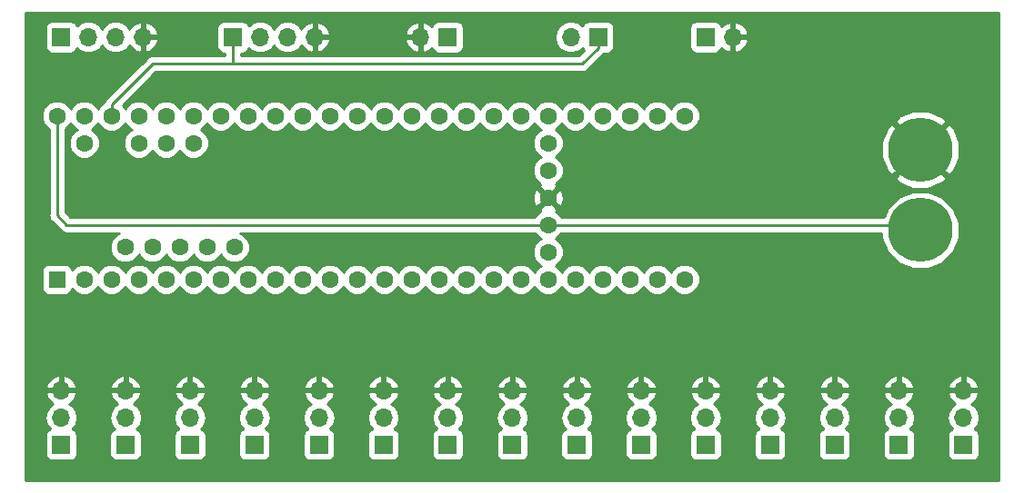
<source format=gbr>
G04 #@! TF.GenerationSoftware,KiCad,Pcbnew,(5.0.2)-1*
G04 #@! TF.CreationDate,2019-10-18T18:51:17-07:00*
G04 #@! TF.ProjectId,Arduino Project,41726475-696e-46f2-9050-726f6a656374,rev?*
G04 #@! TF.SameCoordinates,Original*
G04 #@! TF.FileFunction,Copper,L2,Bot*
G04 #@! TF.FilePolarity,Positive*
%FSLAX46Y46*%
G04 Gerber Fmt 4.6, Leading zero omitted, Abs format (unit mm)*
G04 Created by KiCad (PCBNEW (5.0.2)-1) date 10/18/2019 6:51:17 PM*
%MOMM*%
%LPD*%
G01*
G04 APERTURE LIST*
G04 #@! TA.AperFunction,ComponentPad*
%ADD10R,1.700000X1.700000*%
G04 #@! TD*
G04 #@! TA.AperFunction,ComponentPad*
%ADD11O,1.700000X1.700000*%
G04 #@! TD*
G04 #@! TA.AperFunction,ComponentPad*
%ADD12C,1.600000*%
G04 #@! TD*
G04 #@! TA.AperFunction,ComponentPad*
%ADD13R,1.600000X1.600000*%
G04 #@! TD*
G04 #@! TA.AperFunction,ComponentPad*
%ADD14C,6.000000*%
G04 #@! TD*
G04 #@! TA.AperFunction,Conductor*
%ADD15C,0.250000*%
G04 #@! TD*
G04 #@! TA.AperFunction,Conductor*
%ADD16C,0.254000*%
G04 #@! TD*
G04 APERTURE END LIST*
D10*
G04 #@! TO.P,3.3V_OP,1*
G04 #@! TO.N,+3V3*
X149000000Y-46000000D03*
D11*
G04 #@! TO.P,3.3V_OP,2*
G04 #@! TO.N,GND*
X151540000Y-46000000D03*
G04 #@! TD*
D10*
G04 #@! TO.P,SW_PWR,1*
G04 #@! TO.N,CBEnable_5v*
X125000000Y-46000000D03*
D11*
G04 #@! TO.P,SW_PWR,2*
G04 #@! TO.N,GND*
X122460000Y-46000000D03*
G04 #@! TD*
D10*
G04 #@! TO.P,I2C1,1*
G04 #@! TO.N,+3V3*
X105000000Y-46000000D03*
D11*
G04 #@! TO.P,I2C1,2*
G04 #@! TO.N,I2C_SCL*
X107540000Y-46000000D03*
G04 #@! TO.P,I2C1,3*
G04 #@! TO.N,I2C_SDA*
X110080000Y-46000000D03*
G04 #@! TO.P,I2C1,4*
G04 #@! TO.N,GND*
X112620000Y-46000000D03*
G04 #@! TD*
G04 #@! TO.P,I2C2,4*
G04 #@! TO.N,GND*
X96620000Y-46000000D03*
G04 #@! TO.P,I2C2,3*
G04 #@! TO.N,I2C_SDA*
X94080000Y-46000000D03*
G04 #@! TO.P,I2C2,2*
G04 #@! TO.N,I2C_SCL*
X91540000Y-46000000D03*
D10*
G04 #@! TO.P,I2C2,1*
G04 #@! TO.N,+3V3*
X89000000Y-46000000D03*
G04 #@! TD*
G04 #@! TO.P,PWM0,1*
G04 #@! TO.N,PWM_0*
X89000000Y-84000000D03*
D11*
G04 #@! TO.P,PWM0,2*
G04 #@! TO.N,Net-(PWM-0-Pad2)*
X89000000Y-81460000D03*
G04 #@! TO.P,PWM0,3*
G04 #@! TO.N,GND*
X89000000Y-78920000D03*
G04 #@! TD*
G04 #@! TO.P,PWM1,3*
G04 #@! TO.N,GND*
X95000000Y-78920000D03*
G04 #@! TO.P,PWM1,2*
G04 #@! TO.N,Net-(PWM-1-Pad2)*
X95000000Y-81460000D03*
D10*
G04 #@! TO.P,PWM1,1*
G04 #@! TO.N,PWM_1*
X95000000Y-84000000D03*
G04 #@! TD*
G04 #@! TO.P,PWM2,1*
G04 #@! TO.N,PWM_2*
X101000000Y-84000000D03*
D11*
G04 #@! TO.P,PWM2,2*
G04 #@! TO.N,Net-(PWM-2-Pad2)*
X101000000Y-81460000D03*
G04 #@! TO.P,PWM2,3*
G04 #@! TO.N,GND*
X101000000Y-78920000D03*
G04 #@! TD*
D10*
G04 #@! TO.P,PWM3,1*
G04 #@! TO.N,PWM_3*
X107000000Y-84000000D03*
D11*
G04 #@! TO.P,PWM3,2*
G04 #@! TO.N,Net-(PWM-3-Pad2)*
X107000000Y-81460000D03*
G04 #@! TO.P,PWM3,3*
G04 #@! TO.N,GND*
X107000000Y-78920000D03*
G04 #@! TD*
G04 #@! TO.P,PWM4,3*
G04 #@! TO.N,GND*
X113000000Y-78920000D03*
G04 #@! TO.P,PWM4,2*
G04 #@! TO.N,Net-(PWM-4-Pad2)*
X113000000Y-81460000D03*
D10*
G04 #@! TO.P,PWM4,1*
G04 #@! TO.N,PWM_4*
X113000000Y-84000000D03*
G04 #@! TD*
G04 #@! TO.P,PWM5,1*
G04 #@! TO.N,PWM_5*
X119000000Y-84000000D03*
D11*
G04 #@! TO.P,PWM5,2*
G04 #@! TO.N,Net-(PWM-5-Pad2)*
X119000000Y-81460000D03*
G04 #@! TO.P,PWM5,3*
G04 #@! TO.N,GND*
X119000000Y-78920000D03*
G04 #@! TD*
G04 #@! TO.P,PWM6,3*
G04 #@! TO.N,GND*
X125000000Y-78920000D03*
G04 #@! TO.P,PWM6,2*
G04 #@! TO.N,Net-(PWM-6-Pad2)*
X125000000Y-81460000D03*
D10*
G04 #@! TO.P,PWM6,1*
G04 #@! TO.N,PWM_6*
X125000000Y-84000000D03*
G04 #@! TD*
D11*
G04 #@! TO.P,PWM7,3*
G04 #@! TO.N,GND*
X131000000Y-78920000D03*
G04 #@! TO.P,PWM7,2*
G04 #@! TO.N,Net-(PWM-7-Pad2)*
X131000000Y-81460000D03*
D10*
G04 #@! TO.P,PWM7,1*
G04 #@! TO.N,PWM_7*
X131000000Y-84000000D03*
G04 #@! TD*
G04 #@! TO.P,PWM8,1*
G04 #@! TO.N,PWM_8*
X137000000Y-84000000D03*
D11*
G04 #@! TO.P,PWM8,2*
G04 #@! TO.N,Net-(PWM-8-Pad2)*
X137000000Y-81460000D03*
G04 #@! TO.P,PWM8,3*
G04 #@! TO.N,GND*
X137000000Y-78920000D03*
G04 #@! TD*
G04 #@! TO.P,PWM9,3*
G04 #@! TO.N,GND*
X143000000Y-78920000D03*
G04 #@! TO.P,PWM9,2*
G04 #@! TO.N,Net-(PWM-9-Pad2)*
X143000000Y-81460000D03*
D10*
G04 #@! TO.P,PWM9,1*
G04 #@! TO.N,PWM_9*
X143000000Y-84000000D03*
G04 #@! TD*
G04 #@! TO.P,PWM10,1*
G04 #@! TO.N,PWM_10*
X149000000Y-84000000D03*
D11*
G04 #@! TO.P,PWM10,2*
G04 #@! TO.N,Net-(PWM-10-Pad2)*
X149000000Y-81460000D03*
G04 #@! TO.P,PWM10,3*
G04 #@! TO.N,GND*
X149000000Y-78920000D03*
G04 #@! TD*
D10*
G04 #@! TO.P,PWM11,1*
G04 #@! TO.N,PWM_11*
X155000000Y-84000000D03*
D11*
G04 #@! TO.P,PWM11,2*
G04 #@! TO.N,Net-(PWM-11-Pad2)*
X155000000Y-81460000D03*
G04 #@! TO.P,PWM11,3*
G04 #@! TO.N,GND*
X155000000Y-78920000D03*
G04 #@! TD*
D10*
G04 #@! TO.P,PWM12,1*
G04 #@! TO.N,PWM_12*
X161000000Y-84000000D03*
D11*
G04 #@! TO.P,PWM12,2*
G04 #@! TO.N,Net-(PWM-12-Pad2)*
X161000000Y-81460000D03*
G04 #@! TO.P,PWM12,3*
G04 #@! TO.N,GND*
X161000000Y-78920000D03*
G04 #@! TD*
G04 #@! TO.P,PWM13,3*
G04 #@! TO.N,GND*
X167000000Y-78920000D03*
G04 #@! TO.P,PWM13,2*
G04 #@! TO.N,Net-(PWM-13-Pad2)*
X167000000Y-81460000D03*
D10*
G04 #@! TO.P,PWM13,1*
G04 #@! TO.N,PWM_13*
X167000000Y-84000000D03*
G04 #@! TD*
D11*
G04 #@! TO.P,PWM14,3*
G04 #@! TO.N,GND*
X173000000Y-78920000D03*
G04 #@! TO.P,PWM14,2*
G04 #@! TO.N,Net-(PWM-14-Pad2)*
X173000000Y-81460000D03*
D10*
G04 #@! TO.P,PWM14,1*
G04 #@! TO.N,PWM_14*
X173000000Y-84000000D03*
G04 #@! TD*
D12*
G04 #@! TO.P,U1,62*
G04 #@! TO.N,N/C*
X105125001Y-65585001D03*
G04 #@! TO.P,U1,61*
X102585001Y-65585001D03*
G04 #@! TO.P,U1,60*
X100045001Y-65585001D03*
G04 #@! TO.P,U1,59*
X97505001Y-65585001D03*
G04 #@! TO.P,U1,58*
X94965001Y-65585001D03*
G04 #@! TO.P,U1,57*
G04 #@! TO.N,Net-(U1-Pad57)*
X101315001Y-55885001D03*
G04 #@! TO.P,U1,56*
G04 #@! TO.N,Net-(U1-Pad56)*
X98775001Y-55885001D03*
G04 #@! TO.P,U1,55*
G04 #@! TO.N,Net-(U1-Pad55)*
X96235001Y-55885001D03*
G04 #@! TO.P,U1,54*
G04 #@! TO.N,Net-(U1-Pad54)*
X91155001Y-55885001D03*
G04 #@! TO.P,U1,53*
G04 #@! TO.N,+5V*
X88615001Y-53345001D03*
G04 #@! TO.P,U1,52*
G04 #@! TO.N,Net-(U1-Pad52)*
X91155001Y-53345001D03*
G04 #@! TO.P,U1,51*
G04 #@! TO.N,+3V3*
X93695001Y-53345001D03*
G04 #@! TO.P,U1,50*
G04 #@! TO.N,Net-(U1-Pad50)*
X96235001Y-53345001D03*
G04 #@! TO.P,U1,49*
G04 #@! TO.N,Net-(U1-Pad49)*
X98775001Y-53345001D03*
G04 #@! TO.P,U1,48*
G04 #@! TO.N,PWM_6*
X101315001Y-53345001D03*
G04 #@! TO.P,U1,47*
G04 #@! TO.N,PWM_7*
X103855001Y-53345001D03*
G04 #@! TO.P,U1,46*
G04 #@! TO.N,I2C_SCL*
X106395001Y-53345001D03*
G04 #@! TO.P,U1,45*
G04 #@! TO.N,I2C_SDA*
X108935001Y-53345001D03*
G04 #@! TO.P,U1,44*
G04 #@! TO.N,Net-(U1-Pad44)*
X111475001Y-53345001D03*
G04 #@! TO.P,U1,43*
G04 #@! TO.N,Saftey_Switch*
X114015001Y-53345001D03*
G04 #@! TO.P,U1,42*
G04 #@! TO.N,CBEnable*
X116555001Y-53345001D03*
G04 #@! TO.P,U1,41*
G04 #@! TO.N,PWM_11*
X119095001Y-53345001D03*
G04 #@! TO.P,U1,40*
G04 #@! TO.N,Net-(U1-Pad40)*
X121635001Y-53345001D03*
G04 #@! TO.P,U1,39*
G04 #@! TO.N,Net-(U1-Pad39)*
X124175001Y-53345001D03*
G04 #@! TO.P,U1,38*
G04 #@! TO.N,Net-(U1-Pad38)*
X126715001Y-53345001D03*
D13*
G04 #@! TO.P,U1,1*
G04 #@! TO.N,Net-(U1-Pad1)*
X88615001Y-68585001D03*
D12*
G04 #@! TO.P,U1,2*
G04 #@! TO.N,Net-(U1-Pad2)*
X91155001Y-68585001D03*
G04 #@! TO.P,U1,3*
G04 #@! TO.N,Net-(U1-Pad3)*
X93695001Y-68585001D03*
G04 #@! TO.P,U1,4*
G04 #@! TO.N,PWM_0*
X96235001Y-68585001D03*
G04 #@! TO.P,U1,5*
G04 #@! TO.N,PWM_1*
X98775001Y-68585001D03*
G04 #@! TO.P,U1,6*
G04 #@! TO.N,PWM_2*
X101315001Y-68585001D03*
G04 #@! TO.P,U1,7*
G04 #@! TO.N,PWM_3*
X103855001Y-68585001D03*
G04 #@! TO.P,U1,8*
G04 #@! TO.N,Net-(U1-Pad8)*
X106395001Y-68585001D03*
G04 #@! TO.P,U1,9*
G04 #@! TO.N,Net-(U1-Pad9)*
X108935001Y-68585001D03*
G04 #@! TO.P,U1,10*
G04 #@! TO.N,Net-(U1-Pad10)*
X111475001Y-68585001D03*
G04 #@! TO.P,U1,11*
G04 #@! TO.N,PWM_4*
X114015001Y-68585001D03*
G04 #@! TO.P,U1,12*
G04 #@! TO.N,PWM_5*
X116555001Y-68585001D03*
G04 #@! TO.P,U1,13*
G04 #@! TO.N,Net-(U1-Pad13)*
X119095001Y-68585001D03*
G04 #@! TO.P,U1,37*
G04 #@! TO.N,Net-(U1-Pad37)*
X129255001Y-53345001D03*
G04 #@! TO.P,U1,36*
G04 #@! TO.N,Net-(U1-Pad36)*
X131795001Y-53345001D03*
G04 #@! TO.P,U1,35*
G04 #@! TO.N,PWM_8*
X134335001Y-53345001D03*
G04 #@! TO.P,U1,34*
G04 #@! TO.N,PWM_12*
X136875001Y-53345001D03*
G04 #@! TO.P,U1,33*
G04 #@! TO.N,PWM_13*
X139415001Y-53345001D03*
G04 #@! TO.P,U1,32*
G04 #@! TO.N,PWM_14*
X141955001Y-53345001D03*
G04 #@! TO.P,U1,31*
G04 #@! TO.N,Net-(U1-Pad31)*
X144495001Y-53345001D03*
G04 #@! TO.P,U1,30*
G04 #@! TO.N,Net-(U1-Pad30)*
X147035001Y-53345001D03*
G04 #@! TO.P,U1,29*
G04 #@! TO.N,Net-(U1-Pad29)*
X134335001Y-55885001D03*
G04 #@! TO.P,U1,28*
G04 #@! TO.N,Net-(U1-Pad28)*
X134335001Y-58425001D03*
G04 #@! TO.P,U1,27*
G04 #@! TO.N,GND*
X134335001Y-60965001D03*
G04 #@! TO.P,U1,26*
G04 #@! TO.N,+5V*
X134335001Y-63505001D03*
G04 #@! TO.P,U1,25*
G04 #@! TO.N,Net-(U1-Pad25)*
X134335001Y-66045001D03*
G04 #@! TO.P,U1,24*
G04 #@! TO.N,Net-(U1-Pad24)*
X147035001Y-68585001D03*
G04 #@! TO.P,U1,23*
G04 #@! TO.N,Net-(U1-Pad23)*
X144495001Y-68585001D03*
G04 #@! TO.P,U1,22*
G04 #@! TO.N,PWM_10*
X141955001Y-68585001D03*
G04 #@! TO.P,U1,21*
G04 #@! TO.N,PWM_9*
X139415001Y-68585001D03*
G04 #@! TO.P,U1,14*
G04 #@! TO.N,Net-(U1-Pad14)*
X121635001Y-68585001D03*
G04 #@! TO.P,U1,15*
G04 #@! TO.N,Net-(U1-Pad15)*
X124175001Y-68585001D03*
G04 #@! TO.P,U1,16*
G04 #@! TO.N,Net-(U1-Pad16)*
X126715001Y-68585001D03*
G04 #@! TO.P,U1,20*
G04 #@! TO.N,Net-(U1-Pad20)*
X136875001Y-68585001D03*
G04 #@! TO.P,U1,19*
G04 #@! TO.N,Net-(U1-Pad19)*
X134335001Y-68585001D03*
G04 #@! TO.P,U1,18*
G04 #@! TO.N,Net-(U1-Pad18)*
X131795001Y-68585001D03*
G04 #@! TO.P,U1,17*
G04 #@! TO.N,Net-(U1-Pad17)*
X129255001Y-68585001D03*
G04 #@! TD*
D14*
G04 #@! TO.P,5V_IN,1*
G04 #@! TO.N,+5V*
X169000000Y-64000000D03*
G04 #@! TO.P,5V_IN,2*
G04 #@! TO.N,GND*
X169000000Y-56500000D03*
G04 #@! TD*
D10*
G04 #@! TO.P,SW,1*
G04 #@! TO.N,+3V3*
X139000000Y-46000000D03*
D11*
G04 #@! TO.P,SW,2*
G04 #@! TO.N,Saftey_Switch*
X136460000Y-46000000D03*
G04 #@! TD*
D15*
G04 #@! TO.N,+3V3*
X93695001Y-53345001D02*
X93695001Y-52304999D01*
X93695001Y-52304999D02*
X97500000Y-48500000D01*
X97500000Y-48500000D02*
X105000000Y-48500000D01*
X139000000Y-47000000D02*
X139000000Y-46000000D01*
X105000000Y-48500000D02*
X137500000Y-48500000D01*
X137500000Y-48500000D02*
X139000000Y-47000000D01*
X105000000Y-46000000D02*
X105000000Y-48500000D01*
G04 #@! TO.N,+5V*
X134335001Y-63505001D02*
X89505001Y-63505001D01*
X88615001Y-62615001D02*
X88615001Y-53345001D01*
X89505001Y-63505001D02*
X88615001Y-62615001D01*
X134335001Y-63505001D02*
X168505001Y-63505001D01*
X168505001Y-63505001D02*
X169000000Y-64000000D01*
G04 #@! TD*
D16*
G04 #@! TO.N,GND*
G36*
X176290000Y-87290000D02*
X85710000Y-87290000D01*
X85710000Y-81460000D01*
X87485908Y-81460000D01*
X87601161Y-82039418D01*
X87929375Y-82530625D01*
X87947619Y-82542816D01*
X87902235Y-82551843D01*
X87692191Y-82692191D01*
X87551843Y-82902235D01*
X87502560Y-83150000D01*
X87502560Y-84850000D01*
X87551843Y-85097765D01*
X87692191Y-85307809D01*
X87902235Y-85448157D01*
X88150000Y-85497440D01*
X89850000Y-85497440D01*
X90097765Y-85448157D01*
X90307809Y-85307809D01*
X90448157Y-85097765D01*
X90497440Y-84850000D01*
X90497440Y-83150000D01*
X90448157Y-82902235D01*
X90307809Y-82692191D01*
X90097765Y-82551843D01*
X90052381Y-82542816D01*
X90070625Y-82530625D01*
X90398839Y-82039418D01*
X90514092Y-81460000D01*
X93485908Y-81460000D01*
X93601161Y-82039418D01*
X93929375Y-82530625D01*
X93947619Y-82542816D01*
X93902235Y-82551843D01*
X93692191Y-82692191D01*
X93551843Y-82902235D01*
X93502560Y-83150000D01*
X93502560Y-84850000D01*
X93551843Y-85097765D01*
X93692191Y-85307809D01*
X93902235Y-85448157D01*
X94150000Y-85497440D01*
X95850000Y-85497440D01*
X96097765Y-85448157D01*
X96307809Y-85307809D01*
X96448157Y-85097765D01*
X96497440Y-84850000D01*
X96497440Y-83150000D01*
X96448157Y-82902235D01*
X96307809Y-82692191D01*
X96097765Y-82551843D01*
X96052381Y-82542816D01*
X96070625Y-82530625D01*
X96398839Y-82039418D01*
X96514092Y-81460000D01*
X99485908Y-81460000D01*
X99601161Y-82039418D01*
X99929375Y-82530625D01*
X99947619Y-82542816D01*
X99902235Y-82551843D01*
X99692191Y-82692191D01*
X99551843Y-82902235D01*
X99502560Y-83150000D01*
X99502560Y-84850000D01*
X99551843Y-85097765D01*
X99692191Y-85307809D01*
X99902235Y-85448157D01*
X100150000Y-85497440D01*
X101850000Y-85497440D01*
X102097765Y-85448157D01*
X102307809Y-85307809D01*
X102448157Y-85097765D01*
X102497440Y-84850000D01*
X102497440Y-83150000D01*
X102448157Y-82902235D01*
X102307809Y-82692191D01*
X102097765Y-82551843D01*
X102052381Y-82542816D01*
X102070625Y-82530625D01*
X102398839Y-82039418D01*
X102514092Y-81460000D01*
X105485908Y-81460000D01*
X105601161Y-82039418D01*
X105929375Y-82530625D01*
X105947619Y-82542816D01*
X105902235Y-82551843D01*
X105692191Y-82692191D01*
X105551843Y-82902235D01*
X105502560Y-83150000D01*
X105502560Y-84850000D01*
X105551843Y-85097765D01*
X105692191Y-85307809D01*
X105902235Y-85448157D01*
X106150000Y-85497440D01*
X107850000Y-85497440D01*
X108097765Y-85448157D01*
X108307809Y-85307809D01*
X108448157Y-85097765D01*
X108497440Y-84850000D01*
X108497440Y-83150000D01*
X108448157Y-82902235D01*
X108307809Y-82692191D01*
X108097765Y-82551843D01*
X108052381Y-82542816D01*
X108070625Y-82530625D01*
X108398839Y-82039418D01*
X108514092Y-81460000D01*
X111485908Y-81460000D01*
X111601161Y-82039418D01*
X111929375Y-82530625D01*
X111947619Y-82542816D01*
X111902235Y-82551843D01*
X111692191Y-82692191D01*
X111551843Y-82902235D01*
X111502560Y-83150000D01*
X111502560Y-84850000D01*
X111551843Y-85097765D01*
X111692191Y-85307809D01*
X111902235Y-85448157D01*
X112150000Y-85497440D01*
X113850000Y-85497440D01*
X114097765Y-85448157D01*
X114307809Y-85307809D01*
X114448157Y-85097765D01*
X114497440Y-84850000D01*
X114497440Y-83150000D01*
X114448157Y-82902235D01*
X114307809Y-82692191D01*
X114097765Y-82551843D01*
X114052381Y-82542816D01*
X114070625Y-82530625D01*
X114398839Y-82039418D01*
X114514092Y-81460000D01*
X117485908Y-81460000D01*
X117601161Y-82039418D01*
X117929375Y-82530625D01*
X117947619Y-82542816D01*
X117902235Y-82551843D01*
X117692191Y-82692191D01*
X117551843Y-82902235D01*
X117502560Y-83150000D01*
X117502560Y-84850000D01*
X117551843Y-85097765D01*
X117692191Y-85307809D01*
X117902235Y-85448157D01*
X118150000Y-85497440D01*
X119850000Y-85497440D01*
X120097765Y-85448157D01*
X120307809Y-85307809D01*
X120448157Y-85097765D01*
X120497440Y-84850000D01*
X120497440Y-83150000D01*
X120448157Y-82902235D01*
X120307809Y-82692191D01*
X120097765Y-82551843D01*
X120052381Y-82542816D01*
X120070625Y-82530625D01*
X120398839Y-82039418D01*
X120514092Y-81460000D01*
X123485908Y-81460000D01*
X123601161Y-82039418D01*
X123929375Y-82530625D01*
X123947619Y-82542816D01*
X123902235Y-82551843D01*
X123692191Y-82692191D01*
X123551843Y-82902235D01*
X123502560Y-83150000D01*
X123502560Y-84850000D01*
X123551843Y-85097765D01*
X123692191Y-85307809D01*
X123902235Y-85448157D01*
X124150000Y-85497440D01*
X125850000Y-85497440D01*
X126097765Y-85448157D01*
X126307809Y-85307809D01*
X126448157Y-85097765D01*
X126497440Y-84850000D01*
X126497440Y-83150000D01*
X126448157Y-82902235D01*
X126307809Y-82692191D01*
X126097765Y-82551843D01*
X126052381Y-82542816D01*
X126070625Y-82530625D01*
X126398839Y-82039418D01*
X126514092Y-81460000D01*
X129485908Y-81460000D01*
X129601161Y-82039418D01*
X129929375Y-82530625D01*
X129947619Y-82542816D01*
X129902235Y-82551843D01*
X129692191Y-82692191D01*
X129551843Y-82902235D01*
X129502560Y-83150000D01*
X129502560Y-84850000D01*
X129551843Y-85097765D01*
X129692191Y-85307809D01*
X129902235Y-85448157D01*
X130150000Y-85497440D01*
X131850000Y-85497440D01*
X132097765Y-85448157D01*
X132307809Y-85307809D01*
X132448157Y-85097765D01*
X132497440Y-84850000D01*
X132497440Y-83150000D01*
X132448157Y-82902235D01*
X132307809Y-82692191D01*
X132097765Y-82551843D01*
X132052381Y-82542816D01*
X132070625Y-82530625D01*
X132398839Y-82039418D01*
X132514092Y-81460000D01*
X135485908Y-81460000D01*
X135601161Y-82039418D01*
X135929375Y-82530625D01*
X135947619Y-82542816D01*
X135902235Y-82551843D01*
X135692191Y-82692191D01*
X135551843Y-82902235D01*
X135502560Y-83150000D01*
X135502560Y-84850000D01*
X135551843Y-85097765D01*
X135692191Y-85307809D01*
X135902235Y-85448157D01*
X136150000Y-85497440D01*
X137850000Y-85497440D01*
X138097765Y-85448157D01*
X138307809Y-85307809D01*
X138448157Y-85097765D01*
X138497440Y-84850000D01*
X138497440Y-83150000D01*
X138448157Y-82902235D01*
X138307809Y-82692191D01*
X138097765Y-82551843D01*
X138052381Y-82542816D01*
X138070625Y-82530625D01*
X138398839Y-82039418D01*
X138514092Y-81460000D01*
X141485908Y-81460000D01*
X141601161Y-82039418D01*
X141929375Y-82530625D01*
X141947619Y-82542816D01*
X141902235Y-82551843D01*
X141692191Y-82692191D01*
X141551843Y-82902235D01*
X141502560Y-83150000D01*
X141502560Y-84850000D01*
X141551843Y-85097765D01*
X141692191Y-85307809D01*
X141902235Y-85448157D01*
X142150000Y-85497440D01*
X143850000Y-85497440D01*
X144097765Y-85448157D01*
X144307809Y-85307809D01*
X144448157Y-85097765D01*
X144497440Y-84850000D01*
X144497440Y-83150000D01*
X144448157Y-82902235D01*
X144307809Y-82692191D01*
X144097765Y-82551843D01*
X144052381Y-82542816D01*
X144070625Y-82530625D01*
X144398839Y-82039418D01*
X144514092Y-81460000D01*
X147485908Y-81460000D01*
X147601161Y-82039418D01*
X147929375Y-82530625D01*
X147947619Y-82542816D01*
X147902235Y-82551843D01*
X147692191Y-82692191D01*
X147551843Y-82902235D01*
X147502560Y-83150000D01*
X147502560Y-84850000D01*
X147551843Y-85097765D01*
X147692191Y-85307809D01*
X147902235Y-85448157D01*
X148150000Y-85497440D01*
X149850000Y-85497440D01*
X150097765Y-85448157D01*
X150307809Y-85307809D01*
X150448157Y-85097765D01*
X150497440Y-84850000D01*
X150497440Y-83150000D01*
X150448157Y-82902235D01*
X150307809Y-82692191D01*
X150097765Y-82551843D01*
X150052381Y-82542816D01*
X150070625Y-82530625D01*
X150398839Y-82039418D01*
X150514092Y-81460000D01*
X153485908Y-81460000D01*
X153601161Y-82039418D01*
X153929375Y-82530625D01*
X153947619Y-82542816D01*
X153902235Y-82551843D01*
X153692191Y-82692191D01*
X153551843Y-82902235D01*
X153502560Y-83150000D01*
X153502560Y-84850000D01*
X153551843Y-85097765D01*
X153692191Y-85307809D01*
X153902235Y-85448157D01*
X154150000Y-85497440D01*
X155850000Y-85497440D01*
X156097765Y-85448157D01*
X156307809Y-85307809D01*
X156448157Y-85097765D01*
X156497440Y-84850000D01*
X156497440Y-83150000D01*
X156448157Y-82902235D01*
X156307809Y-82692191D01*
X156097765Y-82551843D01*
X156052381Y-82542816D01*
X156070625Y-82530625D01*
X156398839Y-82039418D01*
X156514092Y-81460000D01*
X159485908Y-81460000D01*
X159601161Y-82039418D01*
X159929375Y-82530625D01*
X159947619Y-82542816D01*
X159902235Y-82551843D01*
X159692191Y-82692191D01*
X159551843Y-82902235D01*
X159502560Y-83150000D01*
X159502560Y-84850000D01*
X159551843Y-85097765D01*
X159692191Y-85307809D01*
X159902235Y-85448157D01*
X160150000Y-85497440D01*
X161850000Y-85497440D01*
X162097765Y-85448157D01*
X162307809Y-85307809D01*
X162448157Y-85097765D01*
X162497440Y-84850000D01*
X162497440Y-83150000D01*
X162448157Y-82902235D01*
X162307809Y-82692191D01*
X162097765Y-82551843D01*
X162052381Y-82542816D01*
X162070625Y-82530625D01*
X162398839Y-82039418D01*
X162514092Y-81460000D01*
X165485908Y-81460000D01*
X165601161Y-82039418D01*
X165929375Y-82530625D01*
X165947619Y-82542816D01*
X165902235Y-82551843D01*
X165692191Y-82692191D01*
X165551843Y-82902235D01*
X165502560Y-83150000D01*
X165502560Y-84850000D01*
X165551843Y-85097765D01*
X165692191Y-85307809D01*
X165902235Y-85448157D01*
X166150000Y-85497440D01*
X167850000Y-85497440D01*
X168097765Y-85448157D01*
X168307809Y-85307809D01*
X168448157Y-85097765D01*
X168497440Y-84850000D01*
X168497440Y-83150000D01*
X168448157Y-82902235D01*
X168307809Y-82692191D01*
X168097765Y-82551843D01*
X168052381Y-82542816D01*
X168070625Y-82530625D01*
X168398839Y-82039418D01*
X168514092Y-81460000D01*
X171485908Y-81460000D01*
X171601161Y-82039418D01*
X171929375Y-82530625D01*
X171947619Y-82542816D01*
X171902235Y-82551843D01*
X171692191Y-82692191D01*
X171551843Y-82902235D01*
X171502560Y-83150000D01*
X171502560Y-84850000D01*
X171551843Y-85097765D01*
X171692191Y-85307809D01*
X171902235Y-85448157D01*
X172150000Y-85497440D01*
X173850000Y-85497440D01*
X174097765Y-85448157D01*
X174307809Y-85307809D01*
X174448157Y-85097765D01*
X174497440Y-84850000D01*
X174497440Y-83150000D01*
X174448157Y-82902235D01*
X174307809Y-82692191D01*
X174097765Y-82551843D01*
X174052381Y-82542816D01*
X174070625Y-82530625D01*
X174398839Y-82039418D01*
X174514092Y-81460000D01*
X174398839Y-80880582D01*
X174070625Y-80389375D01*
X173751522Y-80176157D01*
X173881358Y-80115183D01*
X174271645Y-79686924D01*
X174441476Y-79276890D01*
X174320155Y-79047000D01*
X173127000Y-79047000D01*
X173127000Y-79067000D01*
X172873000Y-79067000D01*
X172873000Y-79047000D01*
X171679845Y-79047000D01*
X171558524Y-79276890D01*
X171728355Y-79686924D01*
X172118642Y-80115183D01*
X172248478Y-80176157D01*
X171929375Y-80389375D01*
X171601161Y-80880582D01*
X171485908Y-81460000D01*
X168514092Y-81460000D01*
X168398839Y-80880582D01*
X168070625Y-80389375D01*
X167751522Y-80176157D01*
X167881358Y-80115183D01*
X168271645Y-79686924D01*
X168441476Y-79276890D01*
X168320155Y-79047000D01*
X167127000Y-79047000D01*
X167127000Y-79067000D01*
X166873000Y-79067000D01*
X166873000Y-79047000D01*
X165679845Y-79047000D01*
X165558524Y-79276890D01*
X165728355Y-79686924D01*
X166118642Y-80115183D01*
X166248478Y-80176157D01*
X165929375Y-80389375D01*
X165601161Y-80880582D01*
X165485908Y-81460000D01*
X162514092Y-81460000D01*
X162398839Y-80880582D01*
X162070625Y-80389375D01*
X161751522Y-80176157D01*
X161881358Y-80115183D01*
X162271645Y-79686924D01*
X162441476Y-79276890D01*
X162320155Y-79047000D01*
X161127000Y-79047000D01*
X161127000Y-79067000D01*
X160873000Y-79067000D01*
X160873000Y-79047000D01*
X159679845Y-79047000D01*
X159558524Y-79276890D01*
X159728355Y-79686924D01*
X160118642Y-80115183D01*
X160248478Y-80176157D01*
X159929375Y-80389375D01*
X159601161Y-80880582D01*
X159485908Y-81460000D01*
X156514092Y-81460000D01*
X156398839Y-80880582D01*
X156070625Y-80389375D01*
X155751522Y-80176157D01*
X155881358Y-80115183D01*
X156271645Y-79686924D01*
X156441476Y-79276890D01*
X156320155Y-79047000D01*
X155127000Y-79047000D01*
X155127000Y-79067000D01*
X154873000Y-79067000D01*
X154873000Y-79047000D01*
X153679845Y-79047000D01*
X153558524Y-79276890D01*
X153728355Y-79686924D01*
X154118642Y-80115183D01*
X154248478Y-80176157D01*
X153929375Y-80389375D01*
X153601161Y-80880582D01*
X153485908Y-81460000D01*
X150514092Y-81460000D01*
X150398839Y-80880582D01*
X150070625Y-80389375D01*
X149751522Y-80176157D01*
X149881358Y-80115183D01*
X150271645Y-79686924D01*
X150441476Y-79276890D01*
X150320155Y-79047000D01*
X149127000Y-79047000D01*
X149127000Y-79067000D01*
X148873000Y-79067000D01*
X148873000Y-79047000D01*
X147679845Y-79047000D01*
X147558524Y-79276890D01*
X147728355Y-79686924D01*
X148118642Y-80115183D01*
X148248478Y-80176157D01*
X147929375Y-80389375D01*
X147601161Y-80880582D01*
X147485908Y-81460000D01*
X144514092Y-81460000D01*
X144398839Y-80880582D01*
X144070625Y-80389375D01*
X143751522Y-80176157D01*
X143881358Y-80115183D01*
X144271645Y-79686924D01*
X144441476Y-79276890D01*
X144320155Y-79047000D01*
X143127000Y-79047000D01*
X143127000Y-79067000D01*
X142873000Y-79067000D01*
X142873000Y-79047000D01*
X141679845Y-79047000D01*
X141558524Y-79276890D01*
X141728355Y-79686924D01*
X142118642Y-80115183D01*
X142248478Y-80176157D01*
X141929375Y-80389375D01*
X141601161Y-80880582D01*
X141485908Y-81460000D01*
X138514092Y-81460000D01*
X138398839Y-80880582D01*
X138070625Y-80389375D01*
X137751522Y-80176157D01*
X137881358Y-80115183D01*
X138271645Y-79686924D01*
X138441476Y-79276890D01*
X138320155Y-79047000D01*
X137127000Y-79047000D01*
X137127000Y-79067000D01*
X136873000Y-79067000D01*
X136873000Y-79047000D01*
X135679845Y-79047000D01*
X135558524Y-79276890D01*
X135728355Y-79686924D01*
X136118642Y-80115183D01*
X136248478Y-80176157D01*
X135929375Y-80389375D01*
X135601161Y-80880582D01*
X135485908Y-81460000D01*
X132514092Y-81460000D01*
X132398839Y-80880582D01*
X132070625Y-80389375D01*
X131751522Y-80176157D01*
X131881358Y-80115183D01*
X132271645Y-79686924D01*
X132441476Y-79276890D01*
X132320155Y-79047000D01*
X131127000Y-79047000D01*
X131127000Y-79067000D01*
X130873000Y-79067000D01*
X130873000Y-79047000D01*
X129679845Y-79047000D01*
X129558524Y-79276890D01*
X129728355Y-79686924D01*
X130118642Y-80115183D01*
X130248478Y-80176157D01*
X129929375Y-80389375D01*
X129601161Y-80880582D01*
X129485908Y-81460000D01*
X126514092Y-81460000D01*
X126398839Y-80880582D01*
X126070625Y-80389375D01*
X125751522Y-80176157D01*
X125881358Y-80115183D01*
X126271645Y-79686924D01*
X126441476Y-79276890D01*
X126320155Y-79047000D01*
X125127000Y-79047000D01*
X125127000Y-79067000D01*
X124873000Y-79067000D01*
X124873000Y-79047000D01*
X123679845Y-79047000D01*
X123558524Y-79276890D01*
X123728355Y-79686924D01*
X124118642Y-80115183D01*
X124248478Y-80176157D01*
X123929375Y-80389375D01*
X123601161Y-80880582D01*
X123485908Y-81460000D01*
X120514092Y-81460000D01*
X120398839Y-80880582D01*
X120070625Y-80389375D01*
X119751522Y-80176157D01*
X119881358Y-80115183D01*
X120271645Y-79686924D01*
X120441476Y-79276890D01*
X120320155Y-79047000D01*
X119127000Y-79047000D01*
X119127000Y-79067000D01*
X118873000Y-79067000D01*
X118873000Y-79047000D01*
X117679845Y-79047000D01*
X117558524Y-79276890D01*
X117728355Y-79686924D01*
X118118642Y-80115183D01*
X118248478Y-80176157D01*
X117929375Y-80389375D01*
X117601161Y-80880582D01*
X117485908Y-81460000D01*
X114514092Y-81460000D01*
X114398839Y-80880582D01*
X114070625Y-80389375D01*
X113751522Y-80176157D01*
X113881358Y-80115183D01*
X114271645Y-79686924D01*
X114441476Y-79276890D01*
X114320155Y-79047000D01*
X113127000Y-79047000D01*
X113127000Y-79067000D01*
X112873000Y-79067000D01*
X112873000Y-79047000D01*
X111679845Y-79047000D01*
X111558524Y-79276890D01*
X111728355Y-79686924D01*
X112118642Y-80115183D01*
X112248478Y-80176157D01*
X111929375Y-80389375D01*
X111601161Y-80880582D01*
X111485908Y-81460000D01*
X108514092Y-81460000D01*
X108398839Y-80880582D01*
X108070625Y-80389375D01*
X107751522Y-80176157D01*
X107881358Y-80115183D01*
X108271645Y-79686924D01*
X108441476Y-79276890D01*
X108320155Y-79047000D01*
X107127000Y-79047000D01*
X107127000Y-79067000D01*
X106873000Y-79067000D01*
X106873000Y-79047000D01*
X105679845Y-79047000D01*
X105558524Y-79276890D01*
X105728355Y-79686924D01*
X106118642Y-80115183D01*
X106248478Y-80176157D01*
X105929375Y-80389375D01*
X105601161Y-80880582D01*
X105485908Y-81460000D01*
X102514092Y-81460000D01*
X102398839Y-80880582D01*
X102070625Y-80389375D01*
X101751522Y-80176157D01*
X101881358Y-80115183D01*
X102271645Y-79686924D01*
X102441476Y-79276890D01*
X102320155Y-79047000D01*
X101127000Y-79047000D01*
X101127000Y-79067000D01*
X100873000Y-79067000D01*
X100873000Y-79047000D01*
X99679845Y-79047000D01*
X99558524Y-79276890D01*
X99728355Y-79686924D01*
X100118642Y-80115183D01*
X100248478Y-80176157D01*
X99929375Y-80389375D01*
X99601161Y-80880582D01*
X99485908Y-81460000D01*
X96514092Y-81460000D01*
X96398839Y-80880582D01*
X96070625Y-80389375D01*
X95751522Y-80176157D01*
X95881358Y-80115183D01*
X96271645Y-79686924D01*
X96441476Y-79276890D01*
X96320155Y-79047000D01*
X95127000Y-79047000D01*
X95127000Y-79067000D01*
X94873000Y-79067000D01*
X94873000Y-79047000D01*
X93679845Y-79047000D01*
X93558524Y-79276890D01*
X93728355Y-79686924D01*
X94118642Y-80115183D01*
X94248478Y-80176157D01*
X93929375Y-80389375D01*
X93601161Y-80880582D01*
X93485908Y-81460000D01*
X90514092Y-81460000D01*
X90398839Y-80880582D01*
X90070625Y-80389375D01*
X89751522Y-80176157D01*
X89881358Y-80115183D01*
X90271645Y-79686924D01*
X90441476Y-79276890D01*
X90320155Y-79047000D01*
X89127000Y-79047000D01*
X89127000Y-79067000D01*
X88873000Y-79067000D01*
X88873000Y-79047000D01*
X87679845Y-79047000D01*
X87558524Y-79276890D01*
X87728355Y-79686924D01*
X88118642Y-80115183D01*
X88248478Y-80176157D01*
X87929375Y-80389375D01*
X87601161Y-80880582D01*
X87485908Y-81460000D01*
X85710000Y-81460000D01*
X85710000Y-78563110D01*
X87558524Y-78563110D01*
X87679845Y-78793000D01*
X88873000Y-78793000D01*
X88873000Y-77599181D01*
X89127000Y-77599181D01*
X89127000Y-78793000D01*
X90320155Y-78793000D01*
X90441476Y-78563110D01*
X93558524Y-78563110D01*
X93679845Y-78793000D01*
X94873000Y-78793000D01*
X94873000Y-77599181D01*
X95127000Y-77599181D01*
X95127000Y-78793000D01*
X96320155Y-78793000D01*
X96441476Y-78563110D01*
X99558524Y-78563110D01*
X99679845Y-78793000D01*
X100873000Y-78793000D01*
X100873000Y-77599181D01*
X101127000Y-77599181D01*
X101127000Y-78793000D01*
X102320155Y-78793000D01*
X102441476Y-78563110D01*
X105558524Y-78563110D01*
X105679845Y-78793000D01*
X106873000Y-78793000D01*
X106873000Y-77599181D01*
X107127000Y-77599181D01*
X107127000Y-78793000D01*
X108320155Y-78793000D01*
X108441476Y-78563110D01*
X111558524Y-78563110D01*
X111679845Y-78793000D01*
X112873000Y-78793000D01*
X112873000Y-77599181D01*
X113127000Y-77599181D01*
X113127000Y-78793000D01*
X114320155Y-78793000D01*
X114441476Y-78563110D01*
X117558524Y-78563110D01*
X117679845Y-78793000D01*
X118873000Y-78793000D01*
X118873000Y-77599181D01*
X119127000Y-77599181D01*
X119127000Y-78793000D01*
X120320155Y-78793000D01*
X120441476Y-78563110D01*
X123558524Y-78563110D01*
X123679845Y-78793000D01*
X124873000Y-78793000D01*
X124873000Y-77599181D01*
X125127000Y-77599181D01*
X125127000Y-78793000D01*
X126320155Y-78793000D01*
X126441476Y-78563110D01*
X129558524Y-78563110D01*
X129679845Y-78793000D01*
X130873000Y-78793000D01*
X130873000Y-77599181D01*
X131127000Y-77599181D01*
X131127000Y-78793000D01*
X132320155Y-78793000D01*
X132441476Y-78563110D01*
X135558524Y-78563110D01*
X135679845Y-78793000D01*
X136873000Y-78793000D01*
X136873000Y-77599181D01*
X137127000Y-77599181D01*
X137127000Y-78793000D01*
X138320155Y-78793000D01*
X138441476Y-78563110D01*
X141558524Y-78563110D01*
X141679845Y-78793000D01*
X142873000Y-78793000D01*
X142873000Y-77599181D01*
X143127000Y-77599181D01*
X143127000Y-78793000D01*
X144320155Y-78793000D01*
X144441476Y-78563110D01*
X147558524Y-78563110D01*
X147679845Y-78793000D01*
X148873000Y-78793000D01*
X148873000Y-77599181D01*
X149127000Y-77599181D01*
X149127000Y-78793000D01*
X150320155Y-78793000D01*
X150441476Y-78563110D01*
X153558524Y-78563110D01*
X153679845Y-78793000D01*
X154873000Y-78793000D01*
X154873000Y-77599181D01*
X155127000Y-77599181D01*
X155127000Y-78793000D01*
X156320155Y-78793000D01*
X156441476Y-78563110D01*
X159558524Y-78563110D01*
X159679845Y-78793000D01*
X160873000Y-78793000D01*
X160873000Y-77599181D01*
X161127000Y-77599181D01*
X161127000Y-78793000D01*
X162320155Y-78793000D01*
X162441476Y-78563110D01*
X165558524Y-78563110D01*
X165679845Y-78793000D01*
X166873000Y-78793000D01*
X166873000Y-77599181D01*
X167127000Y-77599181D01*
X167127000Y-78793000D01*
X168320155Y-78793000D01*
X168441476Y-78563110D01*
X171558524Y-78563110D01*
X171679845Y-78793000D01*
X172873000Y-78793000D01*
X172873000Y-77599181D01*
X173127000Y-77599181D01*
X173127000Y-78793000D01*
X174320155Y-78793000D01*
X174441476Y-78563110D01*
X174271645Y-78153076D01*
X173881358Y-77724817D01*
X173356892Y-77478514D01*
X173127000Y-77599181D01*
X172873000Y-77599181D01*
X172643108Y-77478514D01*
X172118642Y-77724817D01*
X171728355Y-78153076D01*
X171558524Y-78563110D01*
X168441476Y-78563110D01*
X168271645Y-78153076D01*
X167881358Y-77724817D01*
X167356892Y-77478514D01*
X167127000Y-77599181D01*
X166873000Y-77599181D01*
X166643108Y-77478514D01*
X166118642Y-77724817D01*
X165728355Y-78153076D01*
X165558524Y-78563110D01*
X162441476Y-78563110D01*
X162271645Y-78153076D01*
X161881358Y-77724817D01*
X161356892Y-77478514D01*
X161127000Y-77599181D01*
X160873000Y-77599181D01*
X160643108Y-77478514D01*
X160118642Y-77724817D01*
X159728355Y-78153076D01*
X159558524Y-78563110D01*
X156441476Y-78563110D01*
X156271645Y-78153076D01*
X155881358Y-77724817D01*
X155356892Y-77478514D01*
X155127000Y-77599181D01*
X154873000Y-77599181D01*
X154643108Y-77478514D01*
X154118642Y-77724817D01*
X153728355Y-78153076D01*
X153558524Y-78563110D01*
X150441476Y-78563110D01*
X150271645Y-78153076D01*
X149881358Y-77724817D01*
X149356892Y-77478514D01*
X149127000Y-77599181D01*
X148873000Y-77599181D01*
X148643108Y-77478514D01*
X148118642Y-77724817D01*
X147728355Y-78153076D01*
X147558524Y-78563110D01*
X144441476Y-78563110D01*
X144271645Y-78153076D01*
X143881358Y-77724817D01*
X143356892Y-77478514D01*
X143127000Y-77599181D01*
X142873000Y-77599181D01*
X142643108Y-77478514D01*
X142118642Y-77724817D01*
X141728355Y-78153076D01*
X141558524Y-78563110D01*
X138441476Y-78563110D01*
X138271645Y-78153076D01*
X137881358Y-77724817D01*
X137356892Y-77478514D01*
X137127000Y-77599181D01*
X136873000Y-77599181D01*
X136643108Y-77478514D01*
X136118642Y-77724817D01*
X135728355Y-78153076D01*
X135558524Y-78563110D01*
X132441476Y-78563110D01*
X132271645Y-78153076D01*
X131881358Y-77724817D01*
X131356892Y-77478514D01*
X131127000Y-77599181D01*
X130873000Y-77599181D01*
X130643108Y-77478514D01*
X130118642Y-77724817D01*
X129728355Y-78153076D01*
X129558524Y-78563110D01*
X126441476Y-78563110D01*
X126271645Y-78153076D01*
X125881358Y-77724817D01*
X125356892Y-77478514D01*
X125127000Y-77599181D01*
X124873000Y-77599181D01*
X124643108Y-77478514D01*
X124118642Y-77724817D01*
X123728355Y-78153076D01*
X123558524Y-78563110D01*
X120441476Y-78563110D01*
X120271645Y-78153076D01*
X119881358Y-77724817D01*
X119356892Y-77478514D01*
X119127000Y-77599181D01*
X118873000Y-77599181D01*
X118643108Y-77478514D01*
X118118642Y-77724817D01*
X117728355Y-78153076D01*
X117558524Y-78563110D01*
X114441476Y-78563110D01*
X114271645Y-78153076D01*
X113881358Y-77724817D01*
X113356892Y-77478514D01*
X113127000Y-77599181D01*
X112873000Y-77599181D01*
X112643108Y-77478514D01*
X112118642Y-77724817D01*
X111728355Y-78153076D01*
X111558524Y-78563110D01*
X108441476Y-78563110D01*
X108271645Y-78153076D01*
X107881358Y-77724817D01*
X107356892Y-77478514D01*
X107127000Y-77599181D01*
X106873000Y-77599181D01*
X106643108Y-77478514D01*
X106118642Y-77724817D01*
X105728355Y-78153076D01*
X105558524Y-78563110D01*
X102441476Y-78563110D01*
X102271645Y-78153076D01*
X101881358Y-77724817D01*
X101356892Y-77478514D01*
X101127000Y-77599181D01*
X100873000Y-77599181D01*
X100643108Y-77478514D01*
X100118642Y-77724817D01*
X99728355Y-78153076D01*
X99558524Y-78563110D01*
X96441476Y-78563110D01*
X96271645Y-78153076D01*
X95881358Y-77724817D01*
X95356892Y-77478514D01*
X95127000Y-77599181D01*
X94873000Y-77599181D01*
X94643108Y-77478514D01*
X94118642Y-77724817D01*
X93728355Y-78153076D01*
X93558524Y-78563110D01*
X90441476Y-78563110D01*
X90271645Y-78153076D01*
X89881358Y-77724817D01*
X89356892Y-77478514D01*
X89127000Y-77599181D01*
X88873000Y-77599181D01*
X88643108Y-77478514D01*
X88118642Y-77724817D01*
X87728355Y-78153076D01*
X87558524Y-78563110D01*
X85710000Y-78563110D01*
X85710000Y-67785001D01*
X87167561Y-67785001D01*
X87167561Y-69385001D01*
X87216844Y-69632766D01*
X87357192Y-69842810D01*
X87567236Y-69983158D01*
X87815001Y-70032441D01*
X89415001Y-70032441D01*
X89662766Y-69983158D01*
X89872810Y-69842810D01*
X90013158Y-69632766D01*
X90039739Y-69499135D01*
X90342139Y-69801535D01*
X90869562Y-70020001D01*
X91440440Y-70020001D01*
X91967863Y-69801535D01*
X92371535Y-69397863D01*
X92425001Y-69268785D01*
X92478467Y-69397863D01*
X92882139Y-69801535D01*
X93409562Y-70020001D01*
X93980440Y-70020001D01*
X94507863Y-69801535D01*
X94911535Y-69397863D01*
X94965001Y-69268785D01*
X95018467Y-69397863D01*
X95422139Y-69801535D01*
X95949562Y-70020001D01*
X96520440Y-70020001D01*
X97047863Y-69801535D01*
X97451535Y-69397863D01*
X97505001Y-69268785D01*
X97558467Y-69397863D01*
X97962139Y-69801535D01*
X98489562Y-70020001D01*
X99060440Y-70020001D01*
X99587863Y-69801535D01*
X99991535Y-69397863D01*
X100045001Y-69268785D01*
X100098467Y-69397863D01*
X100502139Y-69801535D01*
X101029562Y-70020001D01*
X101600440Y-70020001D01*
X102127863Y-69801535D01*
X102531535Y-69397863D01*
X102585001Y-69268785D01*
X102638467Y-69397863D01*
X103042139Y-69801535D01*
X103569562Y-70020001D01*
X104140440Y-70020001D01*
X104667863Y-69801535D01*
X105071535Y-69397863D01*
X105125001Y-69268785D01*
X105178467Y-69397863D01*
X105582139Y-69801535D01*
X106109562Y-70020001D01*
X106680440Y-70020001D01*
X107207863Y-69801535D01*
X107611535Y-69397863D01*
X107665001Y-69268785D01*
X107718467Y-69397863D01*
X108122139Y-69801535D01*
X108649562Y-70020001D01*
X109220440Y-70020001D01*
X109747863Y-69801535D01*
X110151535Y-69397863D01*
X110205001Y-69268785D01*
X110258467Y-69397863D01*
X110662139Y-69801535D01*
X111189562Y-70020001D01*
X111760440Y-70020001D01*
X112287863Y-69801535D01*
X112691535Y-69397863D01*
X112745001Y-69268785D01*
X112798467Y-69397863D01*
X113202139Y-69801535D01*
X113729562Y-70020001D01*
X114300440Y-70020001D01*
X114827863Y-69801535D01*
X115231535Y-69397863D01*
X115285001Y-69268785D01*
X115338467Y-69397863D01*
X115742139Y-69801535D01*
X116269562Y-70020001D01*
X116840440Y-70020001D01*
X117367863Y-69801535D01*
X117771535Y-69397863D01*
X117825001Y-69268785D01*
X117878467Y-69397863D01*
X118282139Y-69801535D01*
X118809562Y-70020001D01*
X119380440Y-70020001D01*
X119907863Y-69801535D01*
X120311535Y-69397863D01*
X120365001Y-69268785D01*
X120418467Y-69397863D01*
X120822139Y-69801535D01*
X121349562Y-70020001D01*
X121920440Y-70020001D01*
X122447863Y-69801535D01*
X122851535Y-69397863D01*
X122905001Y-69268785D01*
X122958467Y-69397863D01*
X123362139Y-69801535D01*
X123889562Y-70020001D01*
X124460440Y-70020001D01*
X124987863Y-69801535D01*
X125391535Y-69397863D01*
X125445001Y-69268785D01*
X125498467Y-69397863D01*
X125902139Y-69801535D01*
X126429562Y-70020001D01*
X127000440Y-70020001D01*
X127527863Y-69801535D01*
X127931535Y-69397863D01*
X127985001Y-69268785D01*
X128038467Y-69397863D01*
X128442139Y-69801535D01*
X128969562Y-70020001D01*
X129540440Y-70020001D01*
X130067863Y-69801535D01*
X130471535Y-69397863D01*
X130525001Y-69268785D01*
X130578467Y-69397863D01*
X130982139Y-69801535D01*
X131509562Y-70020001D01*
X132080440Y-70020001D01*
X132607863Y-69801535D01*
X133011535Y-69397863D01*
X133065001Y-69268785D01*
X133118467Y-69397863D01*
X133522139Y-69801535D01*
X134049562Y-70020001D01*
X134620440Y-70020001D01*
X135147863Y-69801535D01*
X135551535Y-69397863D01*
X135605001Y-69268785D01*
X135658467Y-69397863D01*
X136062139Y-69801535D01*
X136589562Y-70020001D01*
X137160440Y-70020001D01*
X137687863Y-69801535D01*
X138091535Y-69397863D01*
X138145001Y-69268785D01*
X138198467Y-69397863D01*
X138602139Y-69801535D01*
X139129562Y-70020001D01*
X139700440Y-70020001D01*
X140227863Y-69801535D01*
X140631535Y-69397863D01*
X140685001Y-69268785D01*
X140738467Y-69397863D01*
X141142139Y-69801535D01*
X141669562Y-70020001D01*
X142240440Y-70020001D01*
X142767863Y-69801535D01*
X143171535Y-69397863D01*
X143225001Y-69268785D01*
X143278467Y-69397863D01*
X143682139Y-69801535D01*
X144209562Y-70020001D01*
X144780440Y-70020001D01*
X145307863Y-69801535D01*
X145711535Y-69397863D01*
X145765001Y-69268785D01*
X145818467Y-69397863D01*
X146222139Y-69801535D01*
X146749562Y-70020001D01*
X147320440Y-70020001D01*
X147847863Y-69801535D01*
X148251535Y-69397863D01*
X148470001Y-68870440D01*
X148470001Y-68299562D01*
X148251535Y-67772139D01*
X147847863Y-67368467D01*
X147320440Y-67150001D01*
X146749562Y-67150001D01*
X146222139Y-67368467D01*
X145818467Y-67772139D01*
X145765001Y-67901217D01*
X145711535Y-67772139D01*
X145307863Y-67368467D01*
X144780440Y-67150001D01*
X144209562Y-67150001D01*
X143682139Y-67368467D01*
X143278467Y-67772139D01*
X143225001Y-67901217D01*
X143171535Y-67772139D01*
X142767863Y-67368467D01*
X142240440Y-67150001D01*
X141669562Y-67150001D01*
X141142139Y-67368467D01*
X140738467Y-67772139D01*
X140685001Y-67901217D01*
X140631535Y-67772139D01*
X140227863Y-67368467D01*
X139700440Y-67150001D01*
X139129562Y-67150001D01*
X138602139Y-67368467D01*
X138198467Y-67772139D01*
X138145001Y-67901217D01*
X138091535Y-67772139D01*
X137687863Y-67368467D01*
X137160440Y-67150001D01*
X136589562Y-67150001D01*
X136062139Y-67368467D01*
X135658467Y-67772139D01*
X135605001Y-67901217D01*
X135551535Y-67772139D01*
X135147863Y-67368467D01*
X135018785Y-67315001D01*
X135147863Y-67261535D01*
X135551535Y-66857863D01*
X135770001Y-66330440D01*
X135770001Y-65759562D01*
X135551535Y-65232139D01*
X135147863Y-64828467D01*
X135018785Y-64775001D01*
X135147863Y-64721535D01*
X135551535Y-64317863D01*
X135573431Y-64265001D01*
X165365000Y-64265001D01*
X165365000Y-64723046D01*
X165918396Y-66059062D01*
X166940938Y-67081604D01*
X168276954Y-67635000D01*
X169723046Y-67635000D01*
X171059062Y-67081604D01*
X172081604Y-66059062D01*
X172635000Y-64723046D01*
X172635000Y-63276954D01*
X172081604Y-61940938D01*
X171059062Y-60918396D01*
X169723046Y-60365000D01*
X168276954Y-60365000D01*
X166940938Y-60918396D01*
X165918396Y-61940938D01*
X165585342Y-62745001D01*
X135573431Y-62745001D01*
X135551535Y-62692139D01*
X135147863Y-62288467D01*
X135034418Y-62241476D01*
X135089006Y-62218865D01*
X135163140Y-61972746D01*
X134335001Y-61144606D01*
X133506862Y-61972746D01*
X133580996Y-62218865D01*
X133639449Y-62239875D01*
X133522139Y-62288467D01*
X133118467Y-62692139D01*
X133096571Y-62745001D01*
X89819803Y-62745001D01*
X89375001Y-62300200D01*
X89375001Y-60748224D01*
X132888036Y-60748224D01*
X132915223Y-61318455D01*
X133081137Y-61719006D01*
X133327256Y-61793140D01*
X134155396Y-60965001D01*
X134514606Y-60965001D01*
X135342746Y-61793140D01*
X135588865Y-61719006D01*
X135781966Y-61181778D01*
X135754779Y-60611547D01*
X135588865Y-60210996D01*
X135342746Y-60136862D01*
X134514606Y-60965001D01*
X134155396Y-60965001D01*
X133327256Y-60136862D01*
X133081137Y-60210996D01*
X132888036Y-60748224D01*
X89375001Y-60748224D01*
X89375001Y-54583431D01*
X89427863Y-54561535D01*
X89831535Y-54157863D01*
X89885001Y-54028785D01*
X89938467Y-54157863D01*
X90342139Y-54561535D01*
X90471217Y-54615001D01*
X90342139Y-54668467D01*
X89938467Y-55072139D01*
X89720001Y-55599562D01*
X89720001Y-56170440D01*
X89938467Y-56697863D01*
X90342139Y-57101535D01*
X90869562Y-57320001D01*
X91440440Y-57320001D01*
X91967863Y-57101535D01*
X92371535Y-56697863D01*
X92590001Y-56170440D01*
X92590001Y-55599562D01*
X92371535Y-55072139D01*
X91967863Y-54668467D01*
X91838785Y-54615001D01*
X91967863Y-54561535D01*
X92371535Y-54157863D01*
X92425001Y-54028785D01*
X92478467Y-54157863D01*
X92882139Y-54561535D01*
X93409562Y-54780001D01*
X93980440Y-54780001D01*
X94507863Y-54561535D01*
X94911535Y-54157863D01*
X94965001Y-54028785D01*
X95018467Y-54157863D01*
X95422139Y-54561535D01*
X95551217Y-54615001D01*
X95422139Y-54668467D01*
X95018467Y-55072139D01*
X94800001Y-55599562D01*
X94800001Y-56170440D01*
X95018467Y-56697863D01*
X95422139Y-57101535D01*
X95949562Y-57320001D01*
X96520440Y-57320001D01*
X97047863Y-57101535D01*
X97451535Y-56697863D01*
X97505001Y-56568785D01*
X97558467Y-56697863D01*
X97962139Y-57101535D01*
X98489562Y-57320001D01*
X99060440Y-57320001D01*
X99587863Y-57101535D01*
X99991535Y-56697863D01*
X100045001Y-56568785D01*
X100098467Y-56697863D01*
X100502139Y-57101535D01*
X101029562Y-57320001D01*
X101600440Y-57320001D01*
X102127863Y-57101535D01*
X102531535Y-56697863D01*
X102750001Y-56170440D01*
X102750001Y-55599562D01*
X102531535Y-55072139D01*
X102127863Y-54668467D01*
X101998785Y-54615001D01*
X102127863Y-54561535D01*
X102531535Y-54157863D01*
X102585001Y-54028785D01*
X102638467Y-54157863D01*
X103042139Y-54561535D01*
X103569562Y-54780001D01*
X104140440Y-54780001D01*
X104667863Y-54561535D01*
X105071535Y-54157863D01*
X105125001Y-54028785D01*
X105178467Y-54157863D01*
X105582139Y-54561535D01*
X106109562Y-54780001D01*
X106680440Y-54780001D01*
X107207863Y-54561535D01*
X107611535Y-54157863D01*
X107665001Y-54028785D01*
X107718467Y-54157863D01*
X108122139Y-54561535D01*
X108649562Y-54780001D01*
X109220440Y-54780001D01*
X109747863Y-54561535D01*
X110151535Y-54157863D01*
X110205001Y-54028785D01*
X110258467Y-54157863D01*
X110662139Y-54561535D01*
X111189562Y-54780001D01*
X111760440Y-54780001D01*
X112287863Y-54561535D01*
X112691535Y-54157863D01*
X112745001Y-54028785D01*
X112798467Y-54157863D01*
X113202139Y-54561535D01*
X113729562Y-54780001D01*
X114300440Y-54780001D01*
X114827863Y-54561535D01*
X115231535Y-54157863D01*
X115285001Y-54028785D01*
X115338467Y-54157863D01*
X115742139Y-54561535D01*
X116269562Y-54780001D01*
X116840440Y-54780001D01*
X117367863Y-54561535D01*
X117771535Y-54157863D01*
X117825001Y-54028785D01*
X117878467Y-54157863D01*
X118282139Y-54561535D01*
X118809562Y-54780001D01*
X119380440Y-54780001D01*
X119907863Y-54561535D01*
X120311535Y-54157863D01*
X120365001Y-54028785D01*
X120418467Y-54157863D01*
X120822139Y-54561535D01*
X121349562Y-54780001D01*
X121920440Y-54780001D01*
X122447863Y-54561535D01*
X122851535Y-54157863D01*
X122905001Y-54028785D01*
X122958467Y-54157863D01*
X123362139Y-54561535D01*
X123889562Y-54780001D01*
X124460440Y-54780001D01*
X124987863Y-54561535D01*
X125391535Y-54157863D01*
X125445001Y-54028785D01*
X125498467Y-54157863D01*
X125902139Y-54561535D01*
X126429562Y-54780001D01*
X127000440Y-54780001D01*
X127527863Y-54561535D01*
X127931535Y-54157863D01*
X127985001Y-54028785D01*
X128038467Y-54157863D01*
X128442139Y-54561535D01*
X128969562Y-54780001D01*
X129540440Y-54780001D01*
X130067863Y-54561535D01*
X130471535Y-54157863D01*
X130525001Y-54028785D01*
X130578467Y-54157863D01*
X130982139Y-54561535D01*
X131509562Y-54780001D01*
X132080440Y-54780001D01*
X132607863Y-54561535D01*
X133011535Y-54157863D01*
X133065001Y-54028785D01*
X133118467Y-54157863D01*
X133522139Y-54561535D01*
X133651217Y-54615001D01*
X133522139Y-54668467D01*
X133118467Y-55072139D01*
X132900001Y-55599562D01*
X132900001Y-56170440D01*
X133118467Y-56697863D01*
X133522139Y-57101535D01*
X133651217Y-57155001D01*
X133522139Y-57208467D01*
X133118467Y-57612139D01*
X132900001Y-58139562D01*
X132900001Y-58710440D01*
X133118467Y-59237863D01*
X133522139Y-59641535D01*
X133635584Y-59688526D01*
X133580996Y-59711137D01*
X133506862Y-59957256D01*
X134335001Y-60785396D01*
X135163140Y-59957256D01*
X135089006Y-59711137D01*
X135030553Y-59690127D01*
X135147863Y-59641535D01*
X135551535Y-59237863D01*
X135610035Y-59096630D01*
X166582975Y-59096630D01*
X166925566Y-59571277D01*
X168258800Y-60131342D01*
X169704875Y-60138568D01*
X171043639Y-59591854D01*
X171074434Y-59571277D01*
X171417025Y-59096630D01*
X169000000Y-56679605D01*
X166582975Y-59096630D01*
X135610035Y-59096630D01*
X135770001Y-58710440D01*
X135770001Y-58139562D01*
X135551535Y-57612139D01*
X135147863Y-57208467D01*
X135139192Y-57204875D01*
X165361432Y-57204875D01*
X165908146Y-58543639D01*
X165928723Y-58574434D01*
X166403370Y-58917025D01*
X168820395Y-56500000D01*
X169179605Y-56500000D01*
X171596630Y-58917025D01*
X172071277Y-58574434D01*
X172631342Y-57241200D01*
X172638568Y-55795125D01*
X172091854Y-54456361D01*
X172071277Y-54425566D01*
X171596630Y-54082975D01*
X169179605Y-56500000D01*
X168820395Y-56500000D01*
X166403370Y-54082975D01*
X165928723Y-54425566D01*
X165368658Y-55758800D01*
X165361432Y-57204875D01*
X135139192Y-57204875D01*
X135018785Y-57155001D01*
X135147863Y-57101535D01*
X135551535Y-56697863D01*
X135770001Y-56170440D01*
X135770001Y-55599562D01*
X135551535Y-55072139D01*
X135147863Y-54668467D01*
X135018785Y-54615001D01*
X135147863Y-54561535D01*
X135551535Y-54157863D01*
X135605001Y-54028785D01*
X135658467Y-54157863D01*
X136062139Y-54561535D01*
X136589562Y-54780001D01*
X137160440Y-54780001D01*
X137687863Y-54561535D01*
X138091535Y-54157863D01*
X138145001Y-54028785D01*
X138198467Y-54157863D01*
X138602139Y-54561535D01*
X139129562Y-54780001D01*
X139700440Y-54780001D01*
X140227863Y-54561535D01*
X140631535Y-54157863D01*
X140685001Y-54028785D01*
X140738467Y-54157863D01*
X141142139Y-54561535D01*
X141669562Y-54780001D01*
X142240440Y-54780001D01*
X142767863Y-54561535D01*
X143171535Y-54157863D01*
X143225001Y-54028785D01*
X143278467Y-54157863D01*
X143682139Y-54561535D01*
X144209562Y-54780001D01*
X144780440Y-54780001D01*
X145307863Y-54561535D01*
X145711535Y-54157863D01*
X145765001Y-54028785D01*
X145818467Y-54157863D01*
X146222139Y-54561535D01*
X146749562Y-54780001D01*
X147320440Y-54780001D01*
X147847863Y-54561535D01*
X148251535Y-54157863D01*
X148356949Y-53903370D01*
X166582975Y-53903370D01*
X169000000Y-56320395D01*
X171417025Y-53903370D01*
X171074434Y-53428723D01*
X169741200Y-52868658D01*
X168295125Y-52861432D01*
X166956361Y-53408146D01*
X166925566Y-53428723D01*
X166582975Y-53903370D01*
X148356949Y-53903370D01*
X148470001Y-53630440D01*
X148470001Y-53059562D01*
X148251535Y-52532139D01*
X147847863Y-52128467D01*
X147320440Y-51910001D01*
X146749562Y-51910001D01*
X146222139Y-52128467D01*
X145818467Y-52532139D01*
X145765001Y-52661217D01*
X145711535Y-52532139D01*
X145307863Y-52128467D01*
X144780440Y-51910001D01*
X144209562Y-51910001D01*
X143682139Y-52128467D01*
X143278467Y-52532139D01*
X143225001Y-52661217D01*
X143171535Y-52532139D01*
X142767863Y-52128467D01*
X142240440Y-51910001D01*
X141669562Y-51910001D01*
X141142139Y-52128467D01*
X140738467Y-52532139D01*
X140685001Y-52661217D01*
X140631535Y-52532139D01*
X140227863Y-52128467D01*
X139700440Y-51910001D01*
X139129562Y-51910001D01*
X138602139Y-52128467D01*
X138198467Y-52532139D01*
X138145001Y-52661217D01*
X138091535Y-52532139D01*
X137687863Y-52128467D01*
X137160440Y-51910001D01*
X136589562Y-51910001D01*
X136062139Y-52128467D01*
X135658467Y-52532139D01*
X135605001Y-52661217D01*
X135551535Y-52532139D01*
X135147863Y-52128467D01*
X134620440Y-51910001D01*
X134049562Y-51910001D01*
X133522139Y-52128467D01*
X133118467Y-52532139D01*
X133065001Y-52661217D01*
X133011535Y-52532139D01*
X132607863Y-52128467D01*
X132080440Y-51910001D01*
X131509562Y-51910001D01*
X130982139Y-52128467D01*
X130578467Y-52532139D01*
X130525001Y-52661217D01*
X130471535Y-52532139D01*
X130067863Y-52128467D01*
X129540440Y-51910001D01*
X128969562Y-51910001D01*
X128442139Y-52128467D01*
X128038467Y-52532139D01*
X127985001Y-52661217D01*
X127931535Y-52532139D01*
X127527863Y-52128467D01*
X127000440Y-51910001D01*
X126429562Y-51910001D01*
X125902139Y-52128467D01*
X125498467Y-52532139D01*
X125445001Y-52661217D01*
X125391535Y-52532139D01*
X124987863Y-52128467D01*
X124460440Y-51910001D01*
X123889562Y-51910001D01*
X123362139Y-52128467D01*
X122958467Y-52532139D01*
X122905001Y-52661217D01*
X122851535Y-52532139D01*
X122447863Y-52128467D01*
X121920440Y-51910001D01*
X121349562Y-51910001D01*
X120822139Y-52128467D01*
X120418467Y-52532139D01*
X120365001Y-52661217D01*
X120311535Y-52532139D01*
X119907863Y-52128467D01*
X119380440Y-51910001D01*
X118809562Y-51910001D01*
X118282139Y-52128467D01*
X117878467Y-52532139D01*
X117825001Y-52661217D01*
X117771535Y-52532139D01*
X117367863Y-52128467D01*
X116840440Y-51910001D01*
X116269562Y-51910001D01*
X115742139Y-52128467D01*
X115338467Y-52532139D01*
X115285001Y-52661217D01*
X115231535Y-52532139D01*
X114827863Y-52128467D01*
X114300440Y-51910001D01*
X113729562Y-51910001D01*
X113202139Y-52128467D01*
X112798467Y-52532139D01*
X112745001Y-52661217D01*
X112691535Y-52532139D01*
X112287863Y-52128467D01*
X111760440Y-51910001D01*
X111189562Y-51910001D01*
X110662139Y-52128467D01*
X110258467Y-52532139D01*
X110205001Y-52661217D01*
X110151535Y-52532139D01*
X109747863Y-52128467D01*
X109220440Y-51910001D01*
X108649562Y-51910001D01*
X108122139Y-52128467D01*
X107718467Y-52532139D01*
X107665001Y-52661217D01*
X107611535Y-52532139D01*
X107207863Y-52128467D01*
X106680440Y-51910001D01*
X106109562Y-51910001D01*
X105582139Y-52128467D01*
X105178467Y-52532139D01*
X105125001Y-52661217D01*
X105071535Y-52532139D01*
X104667863Y-52128467D01*
X104140440Y-51910001D01*
X103569562Y-51910001D01*
X103042139Y-52128467D01*
X102638467Y-52532139D01*
X102585001Y-52661217D01*
X102531535Y-52532139D01*
X102127863Y-52128467D01*
X101600440Y-51910001D01*
X101029562Y-51910001D01*
X100502139Y-52128467D01*
X100098467Y-52532139D01*
X100045001Y-52661217D01*
X99991535Y-52532139D01*
X99587863Y-52128467D01*
X99060440Y-51910001D01*
X98489562Y-51910001D01*
X97962139Y-52128467D01*
X97558467Y-52532139D01*
X97505001Y-52661217D01*
X97451535Y-52532139D01*
X97047863Y-52128467D01*
X96520440Y-51910001D01*
X95949562Y-51910001D01*
X95422139Y-52128467D01*
X95018467Y-52532139D01*
X94965001Y-52661217D01*
X94911535Y-52532139D01*
X94727099Y-52347703D01*
X97814802Y-49260000D01*
X104925148Y-49260000D01*
X105000000Y-49274889D01*
X105074852Y-49260000D01*
X137425153Y-49260000D01*
X137500000Y-49274888D01*
X137574847Y-49260000D01*
X137574852Y-49260000D01*
X137796537Y-49215904D01*
X138047929Y-49047929D01*
X138090331Y-48984470D01*
X139484476Y-47590327D01*
X139547929Y-47547929D01*
X139581665Y-47497440D01*
X139850000Y-47497440D01*
X140097765Y-47448157D01*
X140307809Y-47307809D01*
X140448157Y-47097765D01*
X140497440Y-46850000D01*
X140497440Y-45150000D01*
X147502560Y-45150000D01*
X147502560Y-46850000D01*
X147551843Y-47097765D01*
X147692191Y-47307809D01*
X147902235Y-47448157D01*
X148150000Y-47497440D01*
X149850000Y-47497440D01*
X150097765Y-47448157D01*
X150307809Y-47307809D01*
X150448157Y-47097765D01*
X150468739Y-46994292D01*
X150773076Y-47271645D01*
X151183110Y-47441476D01*
X151413000Y-47320155D01*
X151413000Y-46127000D01*
X151667000Y-46127000D01*
X151667000Y-47320155D01*
X151896890Y-47441476D01*
X152306924Y-47271645D01*
X152735183Y-46881358D01*
X152981486Y-46356892D01*
X152860819Y-46127000D01*
X151667000Y-46127000D01*
X151413000Y-46127000D01*
X151393000Y-46127000D01*
X151393000Y-45873000D01*
X151413000Y-45873000D01*
X151413000Y-44679845D01*
X151667000Y-44679845D01*
X151667000Y-45873000D01*
X152860819Y-45873000D01*
X152981486Y-45643108D01*
X152735183Y-45118642D01*
X152306924Y-44728355D01*
X151896890Y-44558524D01*
X151667000Y-44679845D01*
X151413000Y-44679845D01*
X151183110Y-44558524D01*
X150773076Y-44728355D01*
X150468739Y-45005708D01*
X150448157Y-44902235D01*
X150307809Y-44692191D01*
X150097765Y-44551843D01*
X149850000Y-44502560D01*
X148150000Y-44502560D01*
X147902235Y-44551843D01*
X147692191Y-44692191D01*
X147551843Y-44902235D01*
X147502560Y-45150000D01*
X140497440Y-45150000D01*
X140448157Y-44902235D01*
X140307809Y-44692191D01*
X140097765Y-44551843D01*
X139850000Y-44502560D01*
X138150000Y-44502560D01*
X137902235Y-44551843D01*
X137692191Y-44692191D01*
X137551843Y-44902235D01*
X137542816Y-44947619D01*
X137530625Y-44929375D01*
X137039418Y-44601161D01*
X136606256Y-44515000D01*
X136313744Y-44515000D01*
X135880582Y-44601161D01*
X135389375Y-44929375D01*
X135061161Y-45420582D01*
X134945908Y-46000000D01*
X135061161Y-46579418D01*
X135389375Y-47070625D01*
X135880582Y-47398839D01*
X136313744Y-47485000D01*
X136606256Y-47485000D01*
X137039418Y-47398839D01*
X137530625Y-47070625D01*
X137542816Y-47052381D01*
X137551843Y-47097765D01*
X137662229Y-47262969D01*
X137185199Y-47740000D01*
X105760000Y-47740000D01*
X105760000Y-47497440D01*
X105850000Y-47497440D01*
X106097765Y-47448157D01*
X106307809Y-47307809D01*
X106448157Y-47097765D01*
X106457184Y-47052381D01*
X106469375Y-47070625D01*
X106960582Y-47398839D01*
X107393744Y-47485000D01*
X107686256Y-47485000D01*
X108119418Y-47398839D01*
X108610625Y-47070625D01*
X108810000Y-46772239D01*
X109009375Y-47070625D01*
X109500582Y-47398839D01*
X109933744Y-47485000D01*
X110226256Y-47485000D01*
X110659418Y-47398839D01*
X111150625Y-47070625D01*
X111363843Y-46751522D01*
X111424817Y-46881358D01*
X111853076Y-47271645D01*
X112263110Y-47441476D01*
X112493000Y-47320155D01*
X112493000Y-46127000D01*
X112747000Y-46127000D01*
X112747000Y-47320155D01*
X112976890Y-47441476D01*
X113386924Y-47271645D01*
X113815183Y-46881358D01*
X114061486Y-46356892D01*
X121018514Y-46356892D01*
X121264817Y-46881358D01*
X121693076Y-47271645D01*
X122103110Y-47441476D01*
X122333000Y-47320155D01*
X122333000Y-46127000D01*
X121139181Y-46127000D01*
X121018514Y-46356892D01*
X114061486Y-46356892D01*
X113940819Y-46127000D01*
X112747000Y-46127000D01*
X112493000Y-46127000D01*
X112473000Y-46127000D01*
X112473000Y-45873000D01*
X112493000Y-45873000D01*
X112493000Y-44679845D01*
X112747000Y-44679845D01*
X112747000Y-45873000D01*
X113940819Y-45873000D01*
X114061486Y-45643108D01*
X121018514Y-45643108D01*
X121139181Y-45873000D01*
X122333000Y-45873000D01*
X122333000Y-44679845D01*
X122587000Y-44679845D01*
X122587000Y-45873000D01*
X122607000Y-45873000D01*
X122607000Y-46127000D01*
X122587000Y-46127000D01*
X122587000Y-47320155D01*
X122816890Y-47441476D01*
X123226924Y-47271645D01*
X123531261Y-46994292D01*
X123551843Y-47097765D01*
X123692191Y-47307809D01*
X123902235Y-47448157D01*
X124150000Y-47497440D01*
X125850000Y-47497440D01*
X126097765Y-47448157D01*
X126307809Y-47307809D01*
X126448157Y-47097765D01*
X126497440Y-46850000D01*
X126497440Y-45150000D01*
X126448157Y-44902235D01*
X126307809Y-44692191D01*
X126097765Y-44551843D01*
X125850000Y-44502560D01*
X124150000Y-44502560D01*
X123902235Y-44551843D01*
X123692191Y-44692191D01*
X123551843Y-44902235D01*
X123531261Y-45005708D01*
X123226924Y-44728355D01*
X122816890Y-44558524D01*
X122587000Y-44679845D01*
X122333000Y-44679845D01*
X122103110Y-44558524D01*
X121693076Y-44728355D01*
X121264817Y-45118642D01*
X121018514Y-45643108D01*
X114061486Y-45643108D01*
X113815183Y-45118642D01*
X113386924Y-44728355D01*
X112976890Y-44558524D01*
X112747000Y-44679845D01*
X112493000Y-44679845D01*
X112263110Y-44558524D01*
X111853076Y-44728355D01*
X111424817Y-45118642D01*
X111363843Y-45248478D01*
X111150625Y-44929375D01*
X110659418Y-44601161D01*
X110226256Y-44515000D01*
X109933744Y-44515000D01*
X109500582Y-44601161D01*
X109009375Y-44929375D01*
X108810000Y-45227761D01*
X108610625Y-44929375D01*
X108119418Y-44601161D01*
X107686256Y-44515000D01*
X107393744Y-44515000D01*
X106960582Y-44601161D01*
X106469375Y-44929375D01*
X106457184Y-44947619D01*
X106448157Y-44902235D01*
X106307809Y-44692191D01*
X106097765Y-44551843D01*
X105850000Y-44502560D01*
X104150000Y-44502560D01*
X103902235Y-44551843D01*
X103692191Y-44692191D01*
X103551843Y-44902235D01*
X103502560Y-45150000D01*
X103502560Y-46850000D01*
X103551843Y-47097765D01*
X103692191Y-47307809D01*
X103902235Y-47448157D01*
X104150000Y-47497440D01*
X104240001Y-47497440D01*
X104240001Y-47740000D01*
X97574846Y-47740000D01*
X97499999Y-47725112D01*
X97425152Y-47740000D01*
X97425148Y-47740000D01*
X97203463Y-47784096D01*
X96952071Y-47952071D01*
X96909671Y-48015527D01*
X93210529Y-51714670D01*
X93147073Y-51757070D01*
X93104673Y-51820526D01*
X93104672Y-51820527D01*
X92979098Y-52008462D01*
X92961790Y-52095474D01*
X92882139Y-52128467D01*
X92478467Y-52532139D01*
X92425001Y-52661217D01*
X92371535Y-52532139D01*
X91967863Y-52128467D01*
X91440440Y-51910001D01*
X90869562Y-51910001D01*
X90342139Y-52128467D01*
X89938467Y-52532139D01*
X89885001Y-52661217D01*
X89831535Y-52532139D01*
X89427863Y-52128467D01*
X88900440Y-51910001D01*
X88329562Y-51910001D01*
X87802139Y-52128467D01*
X87398467Y-52532139D01*
X87180001Y-53059562D01*
X87180001Y-53630440D01*
X87398467Y-54157863D01*
X87802139Y-54561535D01*
X87855002Y-54583432D01*
X87855001Y-62540154D01*
X87840113Y-62615001D01*
X87855001Y-62689848D01*
X87855001Y-62689852D01*
X87899097Y-62911537D01*
X88067072Y-63162930D01*
X88130531Y-63205332D01*
X88914671Y-63989473D01*
X88957072Y-64052930D01*
X89208464Y-64220905D01*
X89430149Y-64265001D01*
X89430153Y-64265001D01*
X89505000Y-64279889D01*
X89579847Y-64265001D01*
X94401928Y-64265001D01*
X94152139Y-64368467D01*
X93748467Y-64772139D01*
X93530001Y-65299562D01*
X93530001Y-65870440D01*
X93748467Y-66397863D01*
X94152139Y-66801535D01*
X94679562Y-67020001D01*
X95250440Y-67020001D01*
X95777863Y-66801535D01*
X96181535Y-66397863D01*
X96235001Y-66268785D01*
X96288467Y-66397863D01*
X96692139Y-66801535D01*
X97219562Y-67020001D01*
X97790440Y-67020001D01*
X98317863Y-66801535D01*
X98721535Y-66397863D01*
X98775001Y-66268785D01*
X98828467Y-66397863D01*
X99232139Y-66801535D01*
X99759562Y-67020001D01*
X100330440Y-67020001D01*
X100857863Y-66801535D01*
X101261535Y-66397863D01*
X101315001Y-66268785D01*
X101368467Y-66397863D01*
X101772139Y-66801535D01*
X102299562Y-67020001D01*
X102870440Y-67020001D01*
X103397863Y-66801535D01*
X103801535Y-66397863D01*
X103855001Y-66268785D01*
X103908467Y-66397863D01*
X104312139Y-66801535D01*
X104839562Y-67020001D01*
X105410440Y-67020001D01*
X105937863Y-66801535D01*
X106341535Y-66397863D01*
X106560001Y-65870440D01*
X106560001Y-65299562D01*
X106341535Y-64772139D01*
X105937863Y-64368467D01*
X105688074Y-64265001D01*
X133096571Y-64265001D01*
X133118467Y-64317863D01*
X133522139Y-64721535D01*
X133651217Y-64775001D01*
X133522139Y-64828467D01*
X133118467Y-65232139D01*
X132900001Y-65759562D01*
X132900001Y-66330440D01*
X133118467Y-66857863D01*
X133522139Y-67261535D01*
X133651217Y-67315001D01*
X133522139Y-67368467D01*
X133118467Y-67772139D01*
X133065001Y-67901217D01*
X133011535Y-67772139D01*
X132607863Y-67368467D01*
X132080440Y-67150001D01*
X131509562Y-67150001D01*
X130982139Y-67368467D01*
X130578467Y-67772139D01*
X130525001Y-67901217D01*
X130471535Y-67772139D01*
X130067863Y-67368467D01*
X129540440Y-67150001D01*
X128969562Y-67150001D01*
X128442139Y-67368467D01*
X128038467Y-67772139D01*
X127985001Y-67901217D01*
X127931535Y-67772139D01*
X127527863Y-67368467D01*
X127000440Y-67150001D01*
X126429562Y-67150001D01*
X125902139Y-67368467D01*
X125498467Y-67772139D01*
X125445001Y-67901217D01*
X125391535Y-67772139D01*
X124987863Y-67368467D01*
X124460440Y-67150001D01*
X123889562Y-67150001D01*
X123362139Y-67368467D01*
X122958467Y-67772139D01*
X122905001Y-67901217D01*
X122851535Y-67772139D01*
X122447863Y-67368467D01*
X121920440Y-67150001D01*
X121349562Y-67150001D01*
X120822139Y-67368467D01*
X120418467Y-67772139D01*
X120365001Y-67901217D01*
X120311535Y-67772139D01*
X119907863Y-67368467D01*
X119380440Y-67150001D01*
X118809562Y-67150001D01*
X118282139Y-67368467D01*
X117878467Y-67772139D01*
X117825001Y-67901217D01*
X117771535Y-67772139D01*
X117367863Y-67368467D01*
X116840440Y-67150001D01*
X116269562Y-67150001D01*
X115742139Y-67368467D01*
X115338467Y-67772139D01*
X115285001Y-67901217D01*
X115231535Y-67772139D01*
X114827863Y-67368467D01*
X114300440Y-67150001D01*
X113729562Y-67150001D01*
X113202139Y-67368467D01*
X112798467Y-67772139D01*
X112745001Y-67901217D01*
X112691535Y-67772139D01*
X112287863Y-67368467D01*
X111760440Y-67150001D01*
X111189562Y-67150001D01*
X110662139Y-67368467D01*
X110258467Y-67772139D01*
X110205001Y-67901217D01*
X110151535Y-67772139D01*
X109747863Y-67368467D01*
X109220440Y-67150001D01*
X108649562Y-67150001D01*
X108122139Y-67368467D01*
X107718467Y-67772139D01*
X107665001Y-67901217D01*
X107611535Y-67772139D01*
X107207863Y-67368467D01*
X106680440Y-67150001D01*
X106109562Y-67150001D01*
X105582139Y-67368467D01*
X105178467Y-67772139D01*
X105125001Y-67901217D01*
X105071535Y-67772139D01*
X104667863Y-67368467D01*
X104140440Y-67150001D01*
X103569562Y-67150001D01*
X103042139Y-67368467D01*
X102638467Y-67772139D01*
X102585001Y-67901217D01*
X102531535Y-67772139D01*
X102127863Y-67368467D01*
X101600440Y-67150001D01*
X101029562Y-67150001D01*
X100502139Y-67368467D01*
X100098467Y-67772139D01*
X100045001Y-67901217D01*
X99991535Y-67772139D01*
X99587863Y-67368467D01*
X99060440Y-67150001D01*
X98489562Y-67150001D01*
X97962139Y-67368467D01*
X97558467Y-67772139D01*
X97505001Y-67901217D01*
X97451535Y-67772139D01*
X97047863Y-67368467D01*
X96520440Y-67150001D01*
X95949562Y-67150001D01*
X95422139Y-67368467D01*
X95018467Y-67772139D01*
X94965001Y-67901217D01*
X94911535Y-67772139D01*
X94507863Y-67368467D01*
X93980440Y-67150001D01*
X93409562Y-67150001D01*
X92882139Y-67368467D01*
X92478467Y-67772139D01*
X92425001Y-67901217D01*
X92371535Y-67772139D01*
X91967863Y-67368467D01*
X91440440Y-67150001D01*
X90869562Y-67150001D01*
X90342139Y-67368467D01*
X90039739Y-67670867D01*
X90013158Y-67537236D01*
X89872810Y-67327192D01*
X89662766Y-67186844D01*
X89415001Y-67137561D01*
X87815001Y-67137561D01*
X87567236Y-67186844D01*
X87357192Y-67327192D01*
X87216844Y-67537236D01*
X87167561Y-67785001D01*
X85710000Y-67785001D01*
X85710000Y-45150000D01*
X87502560Y-45150000D01*
X87502560Y-46850000D01*
X87551843Y-47097765D01*
X87692191Y-47307809D01*
X87902235Y-47448157D01*
X88150000Y-47497440D01*
X89850000Y-47497440D01*
X90097765Y-47448157D01*
X90307809Y-47307809D01*
X90448157Y-47097765D01*
X90457184Y-47052381D01*
X90469375Y-47070625D01*
X90960582Y-47398839D01*
X91393744Y-47485000D01*
X91686256Y-47485000D01*
X92119418Y-47398839D01*
X92610625Y-47070625D01*
X92810000Y-46772239D01*
X93009375Y-47070625D01*
X93500582Y-47398839D01*
X93933744Y-47485000D01*
X94226256Y-47485000D01*
X94659418Y-47398839D01*
X95150625Y-47070625D01*
X95363843Y-46751522D01*
X95424817Y-46881358D01*
X95853076Y-47271645D01*
X96263110Y-47441476D01*
X96493000Y-47320155D01*
X96493000Y-46127000D01*
X96747000Y-46127000D01*
X96747000Y-47320155D01*
X96976890Y-47441476D01*
X97386924Y-47271645D01*
X97815183Y-46881358D01*
X98061486Y-46356892D01*
X97940819Y-46127000D01*
X96747000Y-46127000D01*
X96493000Y-46127000D01*
X96473000Y-46127000D01*
X96473000Y-45873000D01*
X96493000Y-45873000D01*
X96493000Y-44679845D01*
X96747000Y-44679845D01*
X96747000Y-45873000D01*
X97940819Y-45873000D01*
X98061486Y-45643108D01*
X97815183Y-45118642D01*
X97386924Y-44728355D01*
X96976890Y-44558524D01*
X96747000Y-44679845D01*
X96493000Y-44679845D01*
X96263110Y-44558524D01*
X95853076Y-44728355D01*
X95424817Y-45118642D01*
X95363843Y-45248478D01*
X95150625Y-44929375D01*
X94659418Y-44601161D01*
X94226256Y-44515000D01*
X93933744Y-44515000D01*
X93500582Y-44601161D01*
X93009375Y-44929375D01*
X92810000Y-45227761D01*
X92610625Y-44929375D01*
X92119418Y-44601161D01*
X91686256Y-44515000D01*
X91393744Y-44515000D01*
X90960582Y-44601161D01*
X90469375Y-44929375D01*
X90457184Y-44947619D01*
X90448157Y-44902235D01*
X90307809Y-44692191D01*
X90097765Y-44551843D01*
X89850000Y-44502560D01*
X88150000Y-44502560D01*
X87902235Y-44551843D01*
X87692191Y-44692191D01*
X87551843Y-44902235D01*
X87502560Y-45150000D01*
X85710000Y-45150000D01*
X85710000Y-43710000D01*
X176290001Y-43710000D01*
X176290000Y-87290000D01*
X176290000Y-87290000D01*
G37*
X176290000Y-87290000D02*
X85710000Y-87290000D01*
X85710000Y-81460000D01*
X87485908Y-81460000D01*
X87601161Y-82039418D01*
X87929375Y-82530625D01*
X87947619Y-82542816D01*
X87902235Y-82551843D01*
X87692191Y-82692191D01*
X87551843Y-82902235D01*
X87502560Y-83150000D01*
X87502560Y-84850000D01*
X87551843Y-85097765D01*
X87692191Y-85307809D01*
X87902235Y-85448157D01*
X88150000Y-85497440D01*
X89850000Y-85497440D01*
X90097765Y-85448157D01*
X90307809Y-85307809D01*
X90448157Y-85097765D01*
X90497440Y-84850000D01*
X90497440Y-83150000D01*
X90448157Y-82902235D01*
X90307809Y-82692191D01*
X90097765Y-82551843D01*
X90052381Y-82542816D01*
X90070625Y-82530625D01*
X90398839Y-82039418D01*
X90514092Y-81460000D01*
X93485908Y-81460000D01*
X93601161Y-82039418D01*
X93929375Y-82530625D01*
X93947619Y-82542816D01*
X93902235Y-82551843D01*
X93692191Y-82692191D01*
X93551843Y-82902235D01*
X93502560Y-83150000D01*
X93502560Y-84850000D01*
X93551843Y-85097765D01*
X93692191Y-85307809D01*
X93902235Y-85448157D01*
X94150000Y-85497440D01*
X95850000Y-85497440D01*
X96097765Y-85448157D01*
X96307809Y-85307809D01*
X96448157Y-85097765D01*
X96497440Y-84850000D01*
X96497440Y-83150000D01*
X96448157Y-82902235D01*
X96307809Y-82692191D01*
X96097765Y-82551843D01*
X96052381Y-82542816D01*
X96070625Y-82530625D01*
X96398839Y-82039418D01*
X96514092Y-81460000D01*
X99485908Y-81460000D01*
X99601161Y-82039418D01*
X99929375Y-82530625D01*
X99947619Y-82542816D01*
X99902235Y-82551843D01*
X99692191Y-82692191D01*
X99551843Y-82902235D01*
X99502560Y-83150000D01*
X99502560Y-84850000D01*
X99551843Y-85097765D01*
X99692191Y-85307809D01*
X99902235Y-85448157D01*
X100150000Y-85497440D01*
X101850000Y-85497440D01*
X102097765Y-85448157D01*
X102307809Y-85307809D01*
X102448157Y-85097765D01*
X102497440Y-84850000D01*
X102497440Y-83150000D01*
X102448157Y-82902235D01*
X102307809Y-82692191D01*
X102097765Y-82551843D01*
X102052381Y-82542816D01*
X102070625Y-82530625D01*
X102398839Y-82039418D01*
X102514092Y-81460000D01*
X105485908Y-81460000D01*
X105601161Y-82039418D01*
X105929375Y-82530625D01*
X105947619Y-82542816D01*
X105902235Y-82551843D01*
X105692191Y-82692191D01*
X105551843Y-82902235D01*
X105502560Y-83150000D01*
X105502560Y-84850000D01*
X105551843Y-85097765D01*
X105692191Y-85307809D01*
X105902235Y-85448157D01*
X106150000Y-85497440D01*
X107850000Y-85497440D01*
X108097765Y-85448157D01*
X108307809Y-85307809D01*
X108448157Y-85097765D01*
X108497440Y-84850000D01*
X108497440Y-83150000D01*
X108448157Y-82902235D01*
X108307809Y-82692191D01*
X108097765Y-82551843D01*
X108052381Y-82542816D01*
X108070625Y-82530625D01*
X108398839Y-82039418D01*
X108514092Y-81460000D01*
X111485908Y-81460000D01*
X111601161Y-82039418D01*
X111929375Y-82530625D01*
X111947619Y-82542816D01*
X111902235Y-82551843D01*
X111692191Y-82692191D01*
X111551843Y-82902235D01*
X111502560Y-83150000D01*
X111502560Y-84850000D01*
X111551843Y-85097765D01*
X111692191Y-85307809D01*
X111902235Y-85448157D01*
X112150000Y-85497440D01*
X113850000Y-85497440D01*
X114097765Y-85448157D01*
X114307809Y-85307809D01*
X114448157Y-85097765D01*
X114497440Y-84850000D01*
X114497440Y-83150000D01*
X114448157Y-82902235D01*
X114307809Y-82692191D01*
X114097765Y-82551843D01*
X114052381Y-82542816D01*
X114070625Y-82530625D01*
X114398839Y-82039418D01*
X114514092Y-81460000D01*
X117485908Y-81460000D01*
X117601161Y-82039418D01*
X117929375Y-82530625D01*
X117947619Y-82542816D01*
X117902235Y-82551843D01*
X117692191Y-82692191D01*
X117551843Y-82902235D01*
X117502560Y-83150000D01*
X117502560Y-84850000D01*
X117551843Y-85097765D01*
X117692191Y-85307809D01*
X117902235Y-85448157D01*
X118150000Y-85497440D01*
X119850000Y-85497440D01*
X120097765Y-85448157D01*
X120307809Y-85307809D01*
X120448157Y-85097765D01*
X120497440Y-84850000D01*
X120497440Y-83150000D01*
X120448157Y-82902235D01*
X120307809Y-82692191D01*
X120097765Y-82551843D01*
X120052381Y-82542816D01*
X120070625Y-82530625D01*
X120398839Y-82039418D01*
X120514092Y-81460000D01*
X123485908Y-81460000D01*
X123601161Y-82039418D01*
X123929375Y-82530625D01*
X123947619Y-82542816D01*
X123902235Y-82551843D01*
X123692191Y-82692191D01*
X123551843Y-82902235D01*
X123502560Y-83150000D01*
X123502560Y-84850000D01*
X123551843Y-85097765D01*
X123692191Y-85307809D01*
X123902235Y-85448157D01*
X124150000Y-85497440D01*
X125850000Y-85497440D01*
X126097765Y-85448157D01*
X126307809Y-85307809D01*
X126448157Y-85097765D01*
X126497440Y-84850000D01*
X126497440Y-83150000D01*
X126448157Y-82902235D01*
X126307809Y-82692191D01*
X126097765Y-82551843D01*
X126052381Y-82542816D01*
X126070625Y-82530625D01*
X126398839Y-82039418D01*
X126514092Y-81460000D01*
X129485908Y-81460000D01*
X129601161Y-82039418D01*
X129929375Y-82530625D01*
X129947619Y-82542816D01*
X129902235Y-82551843D01*
X129692191Y-82692191D01*
X129551843Y-82902235D01*
X129502560Y-83150000D01*
X129502560Y-84850000D01*
X129551843Y-85097765D01*
X129692191Y-85307809D01*
X129902235Y-85448157D01*
X130150000Y-85497440D01*
X131850000Y-85497440D01*
X132097765Y-85448157D01*
X132307809Y-85307809D01*
X132448157Y-85097765D01*
X132497440Y-84850000D01*
X132497440Y-83150000D01*
X132448157Y-82902235D01*
X132307809Y-82692191D01*
X132097765Y-82551843D01*
X132052381Y-82542816D01*
X132070625Y-82530625D01*
X132398839Y-82039418D01*
X132514092Y-81460000D01*
X135485908Y-81460000D01*
X135601161Y-82039418D01*
X135929375Y-82530625D01*
X135947619Y-82542816D01*
X135902235Y-82551843D01*
X135692191Y-82692191D01*
X135551843Y-82902235D01*
X135502560Y-83150000D01*
X135502560Y-84850000D01*
X135551843Y-85097765D01*
X135692191Y-85307809D01*
X135902235Y-85448157D01*
X136150000Y-85497440D01*
X137850000Y-85497440D01*
X138097765Y-85448157D01*
X138307809Y-85307809D01*
X138448157Y-85097765D01*
X138497440Y-84850000D01*
X138497440Y-83150000D01*
X138448157Y-82902235D01*
X138307809Y-82692191D01*
X138097765Y-82551843D01*
X138052381Y-82542816D01*
X138070625Y-82530625D01*
X138398839Y-82039418D01*
X138514092Y-81460000D01*
X141485908Y-81460000D01*
X141601161Y-82039418D01*
X141929375Y-82530625D01*
X141947619Y-82542816D01*
X141902235Y-82551843D01*
X141692191Y-82692191D01*
X141551843Y-82902235D01*
X141502560Y-83150000D01*
X141502560Y-84850000D01*
X141551843Y-85097765D01*
X141692191Y-85307809D01*
X141902235Y-85448157D01*
X142150000Y-85497440D01*
X143850000Y-85497440D01*
X144097765Y-85448157D01*
X144307809Y-85307809D01*
X144448157Y-85097765D01*
X144497440Y-84850000D01*
X144497440Y-83150000D01*
X144448157Y-82902235D01*
X144307809Y-82692191D01*
X144097765Y-82551843D01*
X144052381Y-82542816D01*
X144070625Y-82530625D01*
X144398839Y-82039418D01*
X144514092Y-81460000D01*
X147485908Y-81460000D01*
X147601161Y-82039418D01*
X147929375Y-82530625D01*
X147947619Y-82542816D01*
X147902235Y-82551843D01*
X147692191Y-82692191D01*
X147551843Y-82902235D01*
X147502560Y-83150000D01*
X147502560Y-84850000D01*
X147551843Y-85097765D01*
X147692191Y-85307809D01*
X147902235Y-85448157D01*
X148150000Y-85497440D01*
X149850000Y-85497440D01*
X150097765Y-85448157D01*
X150307809Y-85307809D01*
X150448157Y-85097765D01*
X150497440Y-84850000D01*
X150497440Y-83150000D01*
X150448157Y-82902235D01*
X150307809Y-82692191D01*
X150097765Y-82551843D01*
X150052381Y-82542816D01*
X150070625Y-82530625D01*
X150398839Y-82039418D01*
X150514092Y-81460000D01*
X153485908Y-81460000D01*
X153601161Y-82039418D01*
X153929375Y-82530625D01*
X153947619Y-82542816D01*
X153902235Y-82551843D01*
X153692191Y-82692191D01*
X153551843Y-82902235D01*
X153502560Y-83150000D01*
X153502560Y-84850000D01*
X153551843Y-85097765D01*
X153692191Y-85307809D01*
X153902235Y-85448157D01*
X154150000Y-85497440D01*
X155850000Y-85497440D01*
X156097765Y-85448157D01*
X156307809Y-85307809D01*
X156448157Y-85097765D01*
X156497440Y-84850000D01*
X156497440Y-83150000D01*
X156448157Y-82902235D01*
X156307809Y-82692191D01*
X156097765Y-82551843D01*
X156052381Y-82542816D01*
X156070625Y-82530625D01*
X156398839Y-82039418D01*
X156514092Y-81460000D01*
X159485908Y-81460000D01*
X159601161Y-82039418D01*
X159929375Y-82530625D01*
X159947619Y-82542816D01*
X159902235Y-82551843D01*
X159692191Y-82692191D01*
X159551843Y-82902235D01*
X159502560Y-83150000D01*
X159502560Y-84850000D01*
X159551843Y-85097765D01*
X159692191Y-85307809D01*
X159902235Y-85448157D01*
X160150000Y-85497440D01*
X161850000Y-85497440D01*
X162097765Y-85448157D01*
X162307809Y-85307809D01*
X162448157Y-85097765D01*
X162497440Y-84850000D01*
X162497440Y-83150000D01*
X162448157Y-82902235D01*
X162307809Y-82692191D01*
X162097765Y-82551843D01*
X162052381Y-82542816D01*
X162070625Y-82530625D01*
X162398839Y-82039418D01*
X162514092Y-81460000D01*
X165485908Y-81460000D01*
X165601161Y-82039418D01*
X165929375Y-82530625D01*
X165947619Y-82542816D01*
X165902235Y-82551843D01*
X165692191Y-82692191D01*
X165551843Y-82902235D01*
X165502560Y-83150000D01*
X165502560Y-84850000D01*
X165551843Y-85097765D01*
X165692191Y-85307809D01*
X165902235Y-85448157D01*
X166150000Y-85497440D01*
X167850000Y-85497440D01*
X168097765Y-85448157D01*
X168307809Y-85307809D01*
X168448157Y-85097765D01*
X168497440Y-84850000D01*
X168497440Y-83150000D01*
X168448157Y-82902235D01*
X168307809Y-82692191D01*
X168097765Y-82551843D01*
X168052381Y-82542816D01*
X168070625Y-82530625D01*
X168398839Y-82039418D01*
X168514092Y-81460000D01*
X171485908Y-81460000D01*
X171601161Y-82039418D01*
X171929375Y-82530625D01*
X171947619Y-82542816D01*
X171902235Y-82551843D01*
X171692191Y-82692191D01*
X171551843Y-82902235D01*
X171502560Y-83150000D01*
X171502560Y-84850000D01*
X171551843Y-85097765D01*
X171692191Y-85307809D01*
X171902235Y-85448157D01*
X172150000Y-85497440D01*
X173850000Y-85497440D01*
X174097765Y-85448157D01*
X174307809Y-85307809D01*
X174448157Y-85097765D01*
X174497440Y-84850000D01*
X174497440Y-83150000D01*
X174448157Y-82902235D01*
X174307809Y-82692191D01*
X174097765Y-82551843D01*
X174052381Y-82542816D01*
X174070625Y-82530625D01*
X174398839Y-82039418D01*
X174514092Y-81460000D01*
X174398839Y-80880582D01*
X174070625Y-80389375D01*
X173751522Y-80176157D01*
X173881358Y-80115183D01*
X174271645Y-79686924D01*
X174441476Y-79276890D01*
X174320155Y-79047000D01*
X173127000Y-79047000D01*
X173127000Y-79067000D01*
X172873000Y-79067000D01*
X172873000Y-79047000D01*
X171679845Y-79047000D01*
X171558524Y-79276890D01*
X171728355Y-79686924D01*
X172118642Y-80115183D01*
X172248478Y-80176157D01*
X171929375Y-80389375D01*
X171601161Y-80880582D01*
X171485908Y-81460000D01*
X168514092Y-81460000D01*
X168398839Y-80880582D01*
X168070625Y-80389375D01*
X167751522Y-80176157D01*
X167881358Y-80115183D01*
X168271645Y-79686924D01*
X168441476Y-79276890D01*
X168320155Y-79047000D01*
X167127000Y-79047000D01*
X167127000Y-79067000D01*
X166873000Y-79067000D01*
X166873000Y-79047000D01*
X165679845Y-79047000D01*
X165558524Y-79276890D01*
X165728355Y-79686924D01*
X166118642Y-80115183D01*
X166248478Y-80176157D01*
X165929375Y-80389375D01*
X165601161Y-80880582D01*
X165485908Y-81460000D01*
X162514092Y-81460000D01*
X162398839Y-80880582D01*
X162070625Y-80389375D01*
X161751522Y-80176157D01*
X161881358Y-80115183D01*
X162271645Y-79686924D01*
X162441476Y-79276890D01*
X162320155Y-79047000D01*
X161127000Y-79047000D01*
X161127000Y-79067000D01*
X160873000Y-79067000D01*
X160873000Y-79047000D01*
X159679845Y-79047000D01*
X159558524Y-79276890D01*
X159728355Y-79686924D01*
X160118642Y-80115183D01*
X160248478Y-80176157D01*
X159929375Y-80389375D01*
X159601161Y-80880582D01*
X159485908Y-81460000D01*
X156514092Y-81460000D01*
X156398839Y-80880582D01*
X156070625Y-80389375D01*
X155751522Y-80176157D01*
X155881358Y-80115183D01*
X156271645Y-79686924D01*
X156441476Y-79276890D01*
X156320155Y-79047000D01*
X155127000Y-79047000D01*
X155127000Y-79067000D01*
X154873000Y-79067000D01*
X154873000Y-79047000D01*
X153679845Y-79047000D01*
X153558524Y-79276890D01*
X153728355Y-79686924D01*
X154118642Y-80115183D01*
X154248478Y-80176157D01*
X153929375Y-80389375D01*
X153601161Y-80880582D01*
X153485908Y-81460000D01*
X150514092Y-81460000D01*
X150398839Y-80880582D01*
X150070625Y-80389375D01*
X149751522Y-80176157D01*
X149881358Y-80115183D01*
X150271645Y-79686924D01*
X150441476Y-79276890D01*
X150320155Y-79047000D01*
X149127000Y-79047000D01*
X149127000Y-79067000D01*
X148873000Y-79067000D01*
X148873000Y-79047000D01*
X147679845Y-79047000D01*
X147558524Y-79276890D01*
X147728355Y-79686924D01*
X148118642Y-80115183D01*
X148248478Y-80176157D01*
X147929375Y-80389375D01*
X147601161Y-80880582D01*
X147485908Y-81460000D01*
X144514092Y-81460000D01*
X144398839Y-80880582D01*
X144070625Y-80389375D01*
X143751522Y-80176157D01*
X143881358Y-80115183D01*
X144271645Y-79686924D01*
X144441476Y-79276890D01*
X144320155Y-79047000D01*
X143127000Y-79047000D01*
X143127000Y-79067000D01*
X142873000Y-79067000D01*
X142873000Y-79047000D01*
X141679845Y-79047000D01*
X141558524Y-79276890D01*
X141728355Y-79686924D01*
X142118642Y-80115183D01*
X142248478Y-80176157D01*
X141929375Y-80389375D01*
X141601161Y-80880582D01*
X141485908Y-81460000D01*
X138514092Y-81460000D01*
X138398839Y-80880582D01*
X138070625Y-80389375D01*
X137751522Y-80176157D01*
X137881358Y-80115183D01*
X138271645Y-79686924D01*
X138441476Y-79276890D01*
X138320155Y-79047000D01*
X137127000Y-79047000D01*
X137127000Y-79067000D01*
X136873000Y-79067000D01*
X136873000Y-79047000D01*
X135679845Y-79047000D01*
X135558524Y-79276890D01*
X135728355Y-79686924D01*
X136118642Y-80115183D01*
X136248478Y-80176157D01*
X135929375Y-80389375D01*
X135601161Y-80880582D01*
X135485908Y-81460000D01*
X132514092Y-81460000D01*
X132398839Y-80880582D01*
X132070625Y-80389375D01*
X131751522Y-80176157D01*
X131881358Y-80115183D01*
X132271645Y-79686924D01*
X132441476Y-79276890D01*
X132320155Y-79047000D01*
X131127000Y-79047000D01*
X131127000Y-79067000D01*
X130873000Y-79067000D01*
X130873000Y-79047000D01*
X129679845Y-79047000D01*
X129558524Y-79276890D01*
X129728355Y-79686924D01*
X130118642Y-80115183D01*
X130248478Y-80176157D01*
X129929375Y-80389375D01*
X129601161Y-80880582D01*
X129485908Y-81460000D01*
X126514092Y-81460000D01*
X126398839Y-80880582D01*
X126070625Y-80389375D01*
X125751522Y-80176157D01*
X125881358Y-80115183D01*
X126271645Y-79686924D01*
X126441476Y-79276890D01*
X126320155Y-79047000D01*
X125127000Y-79047000D01*
X125127000Y-79067000D01*
X124873000Y-79067000D01*
X124873000Y-79047000D01*
X123679845Y-79047000D01*
X123558524Y-79276890D01*
X123728355Y-79686924D01*
X124118642Y-80115183D01*
X124248478Y-80176157D01*
X123929375Y-80389375D01*
X123601161Y-80880582D01*
X123485908Y-81460000D01*
X120514092Y-81460000D01*
X120398839Y-80880582D01*
X120070625Y-80389375D01*
X119751522Y-80176157D01*
X119881358Y-80115183D01*
X120271645Y-79686924D01*
X120441476Y-79276890D01*
X120320155Y-79047000D01*
X119127000Y-79047000D01*
X119127000Y-79067000D01*
X118873000Y-79067000D01*
X118873000Y-79047000D01*
X117679845Y-79047000D01*
X117558524Y-79276890D01*
X117728355Y-79686924D01*
X118118642Y-80115183D01*
X118248478Y-80176157D01*
X117929375Y-80389375D01*
X117601161Y-80880582D01*
X117485908Y-81460000D01*
X114514092Y-81460000D01*
X114398839Y-80880582D01*
X114070625Y-80389375D01*
X113751522Y-80176157D01*
X113881358Y-80115183D01*
X114271645Y-79686924D01*
X114441476Y-79276890D01*
X114320155Y-79047000D01*
X113127000Y-79047000D01*
X113127000Y-79067000D01*
X112873000Y-79067000D01*
X112873000Y-79047000D01*
X111679845Y-79047000D01*
X111558524Y-79276890D01*
X111728355Y-79686924D01*
X112118642Y-80115183D01*
X112248478Y-80176157D01*
X111929375Y-80389375D01*
X111601161Y-80880582D01*
X111485908Y-81460000D01*
X108514092Y-81460000D01*
X108398839Y-80880582D01*
X108070625Y-80389375D01*
X107751522Y-80176157D01*
X107881358Y-80115183D01*
X108271645Y-79686924D01*
X108441476Y-79276890D01*
X108320155Y-79047000D01*
X107127000Y-79047000D01*
X107127000Y-79067000D01*
X106873000Y-79067000D01*
X106873000Y-79047000D01*
X105679845Y-79047000D01*
X105558524Y-79276890D01*
X105728355Y-79686924D01*
X106118642Y-80115183D01*
X106248478Y-80176157D01*
X105929375Y-80389375D01*
X105601161Y-80880582D01*
X105485908Y-81460000D01*
X102514092Y-81460000D01*
X102398839Y-80880582D01*
X102070625Y-80389375D01*
X101751522Y-80176157D01*
X101881358Y-80115183D01*
X102271645Y-79686924D01*
X102441476Y-79276890D01*
X102320155Y-79047000D01*
X101127000Y-79047000D01*
X101127000Y-79067000D01*
X100873000Y-79067000D01*
X100873000Y-79047000D01*
X99679845Y-79047000D01*
X99558524Y-79276890D01*
X99728355Y-79686924D01*
X100118642Y-80115183D01*
X100248478Y-80176157D01*
X99929375Y-80389375D01*
X99601161Y-80880582D01*
X99485908Y-81460000D01*
X96514092Y-81460000D01*
X96398839Y-80880582D01*
X96070625Y-80389375D01*
X95751522Y-80176157D01*
X95881358Y-80115183D01*
X96271645Y-79686924D01*
X96441476Y-79276890D01*
X96320155Y-79047000D01*
X95127000Y-79047000D01*
X95127000Y-79067000D01*
X94873000Y-79067000D01*
X94873000Y-79047000D01*
X93679845Y-79047000D01*
X93558524Y-79276890D01*
X93728355Y-79686924D01*
X94118642Y-80115183D01*
X94248478Y-80176157D01*
X93929375Y-80389375D01*
X93601161Y-80880582D01*
X93485908Y-81460000D01*
X90514092Y-81460000D01*
X90398839Y-80880582D01*
X90070625Y-80389375D01*
X89751522Y-80176157D01*
X89881358Y-80115183D01*
X90271645Y-79686924D01*
X90441476Y-79276890D01*
X90320155Y-79047000D01*
X89127000Y-79047000D01*
X89127000Y-79067000D01*
X88873000Y-79067000D01*
X88873000Y-79047000D01*
X87679845Y-79047000D01*
X87558524Y-79276890D01*
X87728355Y-79686924D01*
X88118642Y-80115183D01*
X88248478Y-80176157D01*
X87929375Y-80389375D01*
X87601161Y-80880582D01*
X87485908Y-81460000D01*
X85710000Y-81460000D01*
X85710000Y-78563110D01*
X87558524Y-78563110D01*
X87679845Y-78793000D01*
X88873000Y-78793000D01*
X88873000Y-77599181D01*
X89127000Y-77599181D01*
X89127000Y-78793000D01*
X90320155Y-78793000D01*
X90441476Y-78563110D01*
X93558524Y-78563110D01*
X93679845Y-78793000D01*
X94873000Y-78793000D01*
X94873000Y-77599181D01*
X95127000Y-77599181D01*
X95127000Y-78793000D01*
X96320155Y-78793000D01*
X96441476Y-78563110D01*
X99558524Y-78563110D01*
X99679845Y-78793000D01*
X100873000Y-78793000D01*
X100873000Y-77599181D01*
X101127000Y-77599181D01*
X101127000Y-78793000D01*
X102320155Y-78793000D01*
X102441476Y-78563110D01*
X105558524Y-78563110D01*
X105679845Y-78793000D01*
X106873000Y-78793000D01*
X106873000Y-77599181D01*
X107127000Y-77599181D01*
X107127000Y-78793000D01*
X108320155Y-78793000D01*
X108441476Y-78563110D01*
X111558524Y-78563110D01*
X111679845Y-78793000D01*
X112873000Y-78793000D01*
X112873000Y-77599181D01*
X113127000Y-77599181D01*
X113127000Y-78793000D01*
X114320155Y-78793000D01*
X114441476Y-78563110D01*
X117558524Y-78563110D01*
X117679845Y-78793000D01*
X118873000Y-78793000D01*
X118873000Y-77599181D01*
X119127000Y-77599181D01*
X119127000Y-78793000D01*
X120320155Y-78793000D01*
X120441476Y-78563110D01*
X123558524Y-78563110D01*
X123679845Y-78793000D01*
X124873000Y-78793000D01*
X124873000Y-77599181D01*
X125127000Y-77599181D01*
X125127000Y-78793000D01*
X126320155Y-78793000D01*
X126441476Y-78563110D01*
X129558524Y-78563110D01*
X129679845Y-78793000D01*
X130873000Y-78793000D01*
X130873000Y-77599181D01*
X131127000Y-77599181D01*
X131127000Y-78793000D01*
X132320155Y-78793000D01*
X132441476Y-78563110D01*
X135558524Y-78563110D01*
X135679845Y-78793000D01*
X136873000Y-78793000D01*
X136873000Y-77599181D01*
X137127000Y-77599181D01*
X137127000Y-78793000D01*
X138320155Y-78793000D01*
X138441476Y-78563110D01*
X141558524Y-78563110D01*
X141679845Y-78793000D01*
X142873000Y-78793000D01*
X142873000Y-77599181D01*
X143127000Y-77599181D01*
X143127000Y-78793000D01*
X144320155Y-78793000D01*
X144441476Y-78563110D01*
X147558524Y-78563110D01*
X147679845Y-78793000D01*
X148873000Y-78793000D01*
X148873000Y-77599181D01*
X149127000Y-77599181D01*
X149127000Y-78793000D01*
X150320155Y-78793000D01*
X150441476Y-78563110D01*
X153558524Y-78563110D01*
X153679845Y-78793000D01*
X154873000Y-78793000D01*
X154873000Y-77599181D01*
X155127000Y-77599181D01*
X155127000Y-78793000D01*
X156320155Y-78793000D01*
X156441476Y-78563110D01*
X159558524Y-78563110D01*
X159679845Y-78793000D01*
X160873000Y-78793000D01*
X160873000Y-77599181D01*
X161127000Y-77599181D01*
X161127000Y-78793000D01*
X162320155Y-78793000D01*
X162441476Y-78563110D01*
X165558524Y-78563110D01*
X165679845Y-78793000D01*
X166873000Y-78793000D01*
X166873000Y-77599181D01*
X167127000Y-77599181D01*
X167127000Y-78793000D01*
X168320155Y-78793000D01*
X168441476Y-78563110D01*
X171558524Y-78563110D01*
X171679845Y-78793000D01*
X172873000Y-78793000D01*
X172873000Y-77599181D01*
X173127000Y-77599181D01*
X173127000Y-78793000D01*
X174320155Y-78793000D01*
X174441476Y-78563110D01*
X174271645Y-78153076D01*
X173881358Y-77724817D01*
X173356892Y-77478514D01*
X173127000Y-77599181D01*
X172873000Y-77599181D01*
X172643108Y-77478514D01*
X172118642Y-77724817D01*
X171728355Y-78153076D01*
X171558524Y-78563110D01*
X168441476Y-78563110D01*
X168271645Y-78153076D01*
X167881358Y-77724817D01*
X167356892Y-77478514D01*
X167127000Y-77599181D01*
X166873000Y-77599181D01*
X166643108Y-77478514D01*
X166118642Y-77724817D01*
X165728355Y-78153076D01*
X165558524Y-78563110D01*
X162441476Y-78563110D01*
X162271645Y-78153076D01*
X161881358Y-77724817D01*
X161356892Y-77478514D01*
X161127000Y-77599181D01*
X160873000Y-77599181D01*
X160643108Y-77478514D01*
X160118642Y-77724817D01*
X159728355Y-78153076D01*
X159558524Y-78563110D01*
X156441476Y-78563110D01*
X156271645Y-78153076D01*
X155881358Y-77724817D01*
X155356892Y-77478514D01*
X155127000Y-77599181D01*
X154873000Y-77599181D01*
X154643108Y-77478514D01*
X154118642Y-77724817D01*
X153728355Y-78153076D01*
X153558524Y-78563110D01*
X150441476Y-78563110D01*
X150271645Y-78153076D01*
X149881358Y-77724817D01*
X149356892Y-77478514D01*
X149127000Y-77599181D01*
X148873000Y-77599181D01*
X148643108Y-77478514D01*
X148118642Y-77724817D01*
X147728355Y-78153076D01*
X147558524Y-78563110D01*
X144441476Y-78563110D01*
X144271645Y-78153076D01*
X143881358Y-77724817D01*
X143356892Y-77478514D01*
X143127000Y-77599181D01*
X142873000Y-77599181D01*
X142643108Y-77478514D01*
X142118642Y-77724817D01*
X141728355Y-78153076D01*
X141558524Y-78563110D01*
X138441476Y-78563110D01*
X138271645Y-78153076D01*
X137881358Y-77724817D01*
X137356892Y-77478514D01*
X137127000Y-77599181D01*
X136873000Y-77599181D01*
X136643108Y-77478514D01*
X136118642Y-77724817D01*
X135728355Y-78153076D01*
X135558524Y-78563110D01*
X132441476Y-78563110D01*
X132271645Y-78153076D01*
X131881358Y-77724817D01*
X131356892Y-77478514D01*
X131127000Y-77599181D01*
X130873000Y-77599181D01*
X130643108Y-77478514D01*
X130118642Y-77724817D01*
X129728355Y-78153076D01*
X129558524Y-78563110D01*
X126441476Y-78563110D01*
X126271645Y-78153076D01*
X125881358Y-77724817D01*
X125356892Y-77478514D01*
X125127000Y-77599181D01*
X124873000Y-77599181D01*
X124643108Y-77478514D01*
X124118642Y-77724817D01*
X123728355Y-78153076D01*
X123558524Y-78563110D01*
X120441476Y-78563110D01*
X120271645Y-78153076D01*
X119881358Y-77724817D01*
X119356892Y-77478514D01*
X119127000Y-77599181D01*
X118873000Y-77599181D01*
X118643108Y-77478514D01*
X118118642Y-77724817D01*
X117728355Y-78153076D01*
X117558524Y-78563110D01*
X114441476Y-78563110D01*
X114271645Y-78153076D01*
X113881358Y-77724817D01*
X113356892Y-77478514D01*
X113127000Y-77599181D01*
X112873000Y-77599181D01*
X112643108Y-77478514D01*
X112118642Y-77724817D01*
X111728355Y-78153076D01*
X111558524Y-78563110D01*
X108441476Y-78563110D01*
X108271645Y-78153076D01*
X107881358Y-77724817D01*
X107356892Y-77478514D01*
X107127000Y-77599181D01*
X106873000Y-77599181D01*
X106643108Y-77478514D01*
X106118642Y-77724817D01*
X105728355Y-78153076D01*
X105558524Y-78563110D01*
X102441476Y-78563110D01*
X102271645Y-78153076D01*
X101881358Y-77724817D01*
X101356892Y-77478514D01*
X101127000Y-77599181D01*
X100873000Y-77599181D01*
X100643108Y-77478514D01*
X100118642Y-77724817D01*
X99728355Y-78153076D01*
X99558524Y-78563110D01*
X96441476Y-78563110D01*
X96271645Y-78153076D01*
X95881358Y-77724817D01*
X95356892Y-77478514D01*
X95127000Y-77599181D01*
X94873000Y-77599181D01*
X94643108Y-77478514D01*
X94118642Y-77724817D01*
X93728355Y-78153076D01*
X93558524Y-78563110D01*
X90441476Y-78563110D01*
X90271645Y-78153076D01*
X89881358Y-77724817D01*
X89356892Y-77478514D01*
X89127000Y-77599181D01*
X88873000Y-77599181D01*
X88643108Y-77478514D01*
X88118642Y-77724817D01*
X87728355Y-78153076D01*
X87558524Y-78563110D01*
X85710000Y-78563110D01*
X85710000Y-67785001D01*
X87167561Y-67785001D01*
X87167561Y-69385001D01*
X87216844Y-69632766D01*
X87357192Y-69842810D01*
X87567236Y-69983158D01*
X87815001Y-70032441D01*
X89415001Y-70032441D01*
X89662766Y-69983158D01*
X89872810Y-69842810D01*
X90013158Y-69632766D01*
X90039739Y-69499135D01*
X90342139Y-69801535D01*
X90869562Y-70020001D01*
X91440440Y-70020001D01*
X91967863Y-69801535D01*
X92371535Y-69397863D01*
X92425001Y-69268785D01*
X92478467Y-69397863D01*
X92882139Y-69801535D01*
X93409562Y-70020001D01*
X93980440Y-70020001D01*
X94507863Y-69801535D01*
X94911535Y-69397863D01*
X94965001Y-69268785D01*
X95018467Y-69397863D01*
X95422139Y-69801535D01*
X95949562Y-70020001D01*
X96520440Y-70020001D01*
X97047863Y-69801535D01*
X97451535Y-69397863D01*
X97505001Y-69268785D01*
X97558467Y-69397863D01*
X97962139Y-69801535D01*
X98489562Y-70020001D01*
X99060440Y-70020001D01*
X99587863Y-69801535D01*
X99991535Y-69397863D01*
X100045001Y-69268785D01*
X100098467Y-69397863D01*
X100502139Y-69801535D01*
X101029562Y-70020001D01*
X101600440Y-70020001D01*
X102127863Y-69801535D01*
X102531535Y-69397863D01*
X102585001Y-69268785D01*
X102638467Y-69397863D01*
X103042139Y-69801535D01*
X103569562Y-70020001D01*
X104140440Y-70020001D01*
X104667863Y-69801535D01*
X105071535Y-69397863D01*
X105125001Y-69268785D01*
X105178467Y-69397863D01*
X105582139Y-69801535D01*
X106109562Y-70020001D01*
X106680440Y-70020001D01*
X107207863Y-69801535D01*
X107611535Y-69397863D01*
X107665001Y-69268785D01*
X107718467Y-69397863D01*
X108122139Y-69801535D01*
X108649562Y-70020001D01*
X109220440Y-70020001D01*
X109747863Y-69801535D01*
X110151535Y-69397863D01*
X110205001Y-69268785D01*
X110258467Y-69397863D01*
X110662139Y-69801535D01*
X111189562Y-70020001D01*
X111760440Y-70020001D01*
X112287863Y-69801535D01*
X112691535Y-69397863D01*
X112745001Y-69268785D01*
X112798467Y-69397863D01*
X113202139Y-69801535D01*
X113729562Y-70020001D01*
X114300440Y-70020001D01*
X114827863Y-69801535D01*
X115231535Y-69397863D01*
X115285001Y-69268785D01*
X115338467Y-69397863D01*
X115742139Y-69801535D01*
X116269562Y-70020001D01*
X116840440Y-70020001D01*
X117367863Y-69801535D01*
X117771535Y-69397863D01*
X117825001Y-69268785D01*
X117878467Y-69397863D01*
X118282139Y-69801535D01*
X118809562Y-70020001D01*
X119380440Y-70020001D01*
X119907863Y-69801535D01*
X120311535Y-69397863D01*
X120365001Y-69268785D01*
X120418467Y-69397863D01*
X120822139Y-69801535D01*
X121349562Y-70020001D01*
X121920440Y-70020001D01*
X122447863Y-69801535D01*
X122851535Y-69397863D01*
X122905001Y-69268785D01*
X122958467Y-69397863D01*
X123362139Y-69801535D01*
X123889562Y-70020001D01*
X124460440Y-70020001D01*
X124987863Y-69801535D01*
X125391535Y-69397863D01*
X125445001Y-69268785D01*
X125498467Y-69397863D01*
X125902139Y-69801535D01*
X126429562Y-70020001D01*
X127000440Y-70020001D01*
X127527863Y-69801535D01*
X127931535Y-69397863D01*
X127985001Y-69268785D01*
X128038467Y-69397863D01*
X128442139Y-69801535D01*
X128969562Y-70020001D01*
X129540440Y-70020001D01*
X130067863Y-69801535D01*
X130471535Y-69397863D01*
X130525001Y-69268785D01*
X130578467Y-69397863D01*
X130982139Y-69801535D01*
X131509562Y-70020001D01*
X132080440Y-70020001D01*
X132607863Y-69801535D01*
X133011535Y-69397863D01*
X133065001Y-69268785D01*
X133118467Y-69397863D01*
X133522139Y-69801535D01*
X134049562Y-70020001D01*
X134620440Y-70020001D01*
X135147863Y-69801535D01*
X135551535Y-69397863D01*
X135605001Y-69268785D01*
X135658467Y-69397863D01*
X136062139Y-69801535D01*
X136589562Y-70020001D01*
X137160440Y-70020001D01*
X137687863Y-69801535D01*
X138091535Y-69397863D01*
X138145001Y-69268785D01*
X138198467Y-69397863D01*
X138602139Y-69801535D01*
X139129562Y-70020001D01*
X139700440Y-70020001D01*
X140227863Y-69801535D01*
X140631535Y-69397863D01*
X140685001Y-69268785D01*
X140738467Y-69397863D01*
X141142139Y-69801535D01*
X141669562Y-70020001D01*
X142240440Y-70020001D01*
X142767863Y-69801535D01*
X143171535Y-69397863D01*
X143225001Y-69268785D01*
X143278467Y-69397863D01*
X143682139Y-69801535D01*
X144209562Y-70020001D01*
X144780440Y-70020001D01*
X145307863Y-69801535D01*
X145711535Y-69397863D01*
X145765001Y-69268785D01*
X145818467Y-69397863D01*
X146222139Y-69801535D01*
X146749562Y-70020001D01*
X147320440Y-70020001D01*
X147847863Y-69801535D01*
X148251535Y-69397863D01*
X148470001Y-68870440D01*
X148470001Y-68299562D01*
X148251535Y-67772139D01*
X147847863Y-67368467D01*
X147320440Y-67150001D01*
X146749562Y-67150001D01*
X146222139Y-67368467D01*
X145818467Y-67772139D01*
X145765001Y-67901217D01*
X145711535Y-67772139D01*
X145307863Y-67368467D01*
X144780440Y-67150001D01*
X144209562Y-67150001D01*
X143682139Y-67368467D01*
X143278467Y-67772139D01*
X143225001Y-67901217D01*
X143171535Y-67772139D01*
X142767863Y-67368467D01*
X142240440Y-67150001D01*
X141669562Y-67150001D01*
X141142139Y-67368467D01*
X140738467Y-67772139D01*
X140685001Y-67901217D01*
X140631535Y-67772139D01*
X140227863Y-67368467D01*
X139700440Y-67150001D01*
X139129562Y-67150001D01*
X138602139Y-67368467D01*
X138198467Y-67772139D01*
X138145001Y-67901217D01*
X138091535Y-67772139D01*
X137687863Y-67368467D01*
X137160440Y-67150001D01*
X136589562Y-67150001D01*
X136062139Y-67368467D01*
X135658467Y-67772139D01*
X135605001Y-67901217D01*
X135551535Y-67772139D01*
X135147863Y-67368467D01*
X135018785Y-67315001D01*
X135147863Y-67261535D01*
X135551535Y-66857863D01*
X135770001Y-66330440D01*
X135770001Y-65759562D01*
X135551535Y-65232139D01*
X135147863Y-64828467D01*
X135018785Y-64775001D01*
X135147863Y-64721535D01*
X135551535Y-64317863D01*
X135573431Y-64265001D01*
X165365000Y-64265001D01*
X165365000Y-64723046D01*
X165918396Y-66059062D01*
X166940938Y-67081604D01*
X168276954Y-67635000D01*
X169723046Y-67635000D01*
X171059062Y-67081604D01*
X172081604Y-66059062D01*
X172635000Y-64723046D01*
X172635000Y-63276954D01*
X172081604Y-61940938D01*
X171059062Y-60918396D01*
X169723046Y-60365000D01*
X168276954Y-60365000D01*
X166940938Y-60918396D01*
X165918396Y-61940938D01*
X165585342Y-62745001D01*
X135573431Y-62745001D01*
X135551535Y-62692139D01*
X135147863Y-62288467D01*
X135034418Y-62241476D01*
X135089006Y-62218865D01*
X135163140Y-61972746D01*
X134335001Y-61144606D01*
X133506862Y-61972746D01*
X133580996Y-62218865D01*
X133639449Y-62239875D01*
X133522139Y-62288467D01*
X133118467Y-62692139D01*
X133096571Y-62745001D01*
X89819803Y-62745001D01*
X89375001Y-62300200D01*
X89375001Y-60748224D01*
X132888036Y-60748224D01*
X132915223Y-61318455D01*
X133081137Y-61719006D01*
X133327256Y-61793140D01*
X134155396Y-60965001D01*
X134514606Y-60965001D01*
X135342746Y-61793140D01*
X135588865Y-61719006D01*
X135781966Y-61181778D01*
X135754779Y-60611547D01*
X135588865Y-60210996D01*
X135342746Y-60136862D01*
X134514606Y-60965001D01*
X134155396Y-60965001D01*
X133327256Y-60136862D01*
X133081137Y-60210996D01*
X132888036Y-60748224D01*
X89375001Y-60748224D01*
X89375001Y-54583431D01*
X89427863Y-54561535D01*
X89831535Y-54157863D01*
X89885001Y-54028785D01*
X89938467Y-54157863D01*
X90342139Y-54561535D01*
X90471217Y-54615001D01*
X90342139Y-54668467D01*
X89938467Y-55072139D01*
X89720001Y-55599562D01*
X89720001Y-56170440D01*
X89938467Y-56697863D01*
X90342139Y-57101535D01*
X90869562Y-57320001D01*
X91440440Y-57320001D01*
X91967863Y-57101535D01*
X92371535Y-56697863D01*
X92590001Y-56170440D01*
X92590001Y-55599562D01*
X92371535Y-55072139D01*
X91967863Y-54668467D01*
X91838785Y-54615001D01*
X91967863Y-54561535D01*
X92371535Y-54157863D01*
X92425001Y-54028785D01*
X92478467Y-54157863D01*
X92882139Y-54561535D01*
X93409562Y-54780001D01*
X93980440Y-54780001D01*
X94507863Y-54561535D01*
X94911535Y-54157863D01*
X94965001Y-54028785D01*
X95018467Y-54157863D01*
X95422139Y-54561535D01*
X95551217Y-54615001D01*
X95422139Y-54668467D01*
X95018467Y-55072139D01*
X94800001Y-55599562D01*
X94800001Y-56170440D01*
X95018467Y-56697863D01*
X95422139Y-57101535D01*
X95949562Y-57320001D01*
X96520440Y-57320001D01*
X97047863Y-57101535D01*
X97451535Y-56697863D01*
X97505001Y-56568785D01*
X97558467Y-56697863D01*
X97962139Y-57101535D01*
X98489562Y-57320001D01*
X99060440Y-57320001D01*
X99587863Y-57101535D01*
X99991535Y-56697863D01*
X100045001Y-56568785D01*
X100098467Y-56697863D01*
X100502139Y-57101535D01*
X101029562Y-57320001D01*
X101600440Y-57320001D01*
X102127863Y-57101535D01*
X102531535Y-56697863D01*
X102750001Y-56170440D01*
X102750001Y-55599562D01*
X102531535Y-55072139D01*
X102127863Y-54668467D01*
X101998785Y-54615001D01*
X102127863Y-54561535D01*
X102531535Y-54157863D01*
X102585001Y-54028785D01*
X102638467Y-54157863D01*
X103042139Y-54561535D01*
X103569562Y-54780001D01*
X104140440Y-54780001D01*
X104667863Y-54561535D01*
X105071535Y-54157863D01*
X105125001Y-54028785D01*
X105178467Y-54157863D01*
X105582139Y-54561535D01*
X106109562Y-54780001D01*
X106680440Y-54780001D01*
X107207863Y-54561535D01*
X107611535Y-54157863D01*
X107665001Y-54028785D01*
X107718467Y-54157863D01*
X108122139Y-54561535D01*
X108649562Y-54780001D01*
X109220440Y-54780001D01*
X109747863Y-54561535D01*
X110151535Y-54157863D01*
X110205001Y-54028785D01*
X110258467Y-54157863D01*
X110662139Y-54561535D01*
X111189562Y-54780001D01*
X111760440Y-54780001D01*
X112287863Y-54561535D01*
X112691535Y-54157863D01*
X112745001Y-54028785D01*
X112798467Y-54157863D01*
X113202139Y-54561535D01*
X113729562Y-54780001D01*
X114300440Y-54780001D01*
X114827863Y-54561535D01*
X115231535Y-54157863D01*
X115285001Y-54028785D01*
X115338467Y-54157863D01*
X115742139Y-54561535D01*
X116269562Y-54780001D01*
X116840440Y-54780001D01*
X117367863Y-54561535D01*
X117771535Y-54157863D01*
X117825001Y-54028785D01*
X117878467Y-54157863D01*
X118282139Y-54561535D01*
X118809562Y-54780001D01*
X119380440Y-54780001D01*
X119907863Y-54561535D01*
X120311535Y-54157863D01*
X120365001Y-54028785D01*
X120418467Y-54157863D01*
X120822139Y-54561535D01*
X121349562Y-54780001D01*
X121920440Y-54780001D01*
X122447863Y-54561535D01*
X122851535Y-54157863D01*
X122905001Y-54028785D01*
X122958467Y-54157863D01*
X123362139Y-54561535D01*
X123889562Y-54780001D01*
X124460440Y-54780001D01*
X124987863Y-54561535D01*
X125391535Y-54157863D01*
X125445001Y-54028785D01*
X125498467Y-54157863D01*
X125902139Y-54561535D01*
X126429562Y-54780001D01*
X127000440Y-54780001D01*
X127527863Y-54561535D01*
X127931535Y-54157863D01*
X127985001Y-54028785D01*
X128038467Y-54157863D01*
X128442139Y-54561535D01*
X128969562Y-54780001D01*
X129540440Y-54780001D01*
X130067863Y-54561535D01*
X130471535Y-54157863D01*
X130525001Y-54028785D01*
X130578467Y-54157863D01*
X130982139Y-54561535D01*
X131509562Y-54780001D01*
X132080440Y-54780001D01*
X132607863Y-54561535D01*
X133011535Y-54157863D01*
X133065001Y-54028785D01*
X133118467Y-54157863D01*
X133522139Y-54561535D01*
X133651217Y-54615001D01*
X133522139Y-54668467D01*
X133118467Y-55072139D01*
X132900001Y-55599562D01*
X132900001Y-56170440D01*
X133118467Y-56697863D01*
X133522139Y-57101535D01*
X133651217Y-57155001D01*
X133522139Y-57208467D01*
X133118467Y-57612139D01*
X132900001Y-58139562D01*
X132900001Y-58710440D01*
X133118467Y-59237863D01*
X133522139Y-59641535D01*
X133635584Y-59688526D01*
X133580996Y-59711137D01*
X133506862Y-59957256D01*
X134335001Y-60785396D01*
X135163140Y-59957256D01*
X135089006Y-59711137D01*
X135030553Y-59690127D01*
X135147863Y-59641535D01*
X135551535Y-59237863D01*
X135610035Y-59096630D01*
X166582975Y-59096630D01*
X166925566Y-59571277D01*
X168258800Y-60131342D01*
X169704875Y-60138568D01*
X171043639Y-59591854D01*
X171074434Y-59571277D01*
X171417025Y-59096630D01*
X169000000Y-56679605D01*
X166582975Y-59096630D01*
X135610035Y-59096630D01*
X135770001Y-58710440D01*
X135770001Y-58139562D01*
X135551535Y-57612139D01*
X135147863Y-57208467D01*
X135139192Y-57204875D01*
X165361432Y-57204875D01*
X165908146Y-58543639D01*
X165928723Y-58574434D01*
X166403370Y-58917025D01*
X168820395Y-56500000D01*
X169179605Y-56500000D01*
X171596630Y-58917025D01*
X172071277Y-58574434D01*
X172631342Y-57241200D01*
X172638568Y-55795125D01*
X172091854Y-54456361D01*
X172071277Y-54425566D01*
X171596630Y-54082975D01*
X169179605Y-56500000D01*
X168820395Y-56500000D01*
X166403370Y-54082975D01*
X165928723Y-54425566D01*
X165368658Y-55758800D01*
X165361432Y-57204875D01*
X135139192Y-57204875D01*
X135018785Y-57155001D01*
X135147863Y-57101535D01*
X135551535Y-56697863D01*
X135770001Y-56170440D01*
X135770001Y-55599562D01*
X135551535Y-55072139D01*
X135147863Y-54668467D01*
X135018785Y-54615001D01*
X135147863Y-54561535D01*
X135551535Y-54157863D01*
X135605001Y-54028785D01*
X135658467Y-54157863D01*
X136062139Y-54561535D01*
X136589562Y-54780001D01*
X137160440Y-54780001D01*
X137687863Y-54561535D01*
X138091535Y-54157863D01*
X138145001Y-54028785D01*
X138198467Y-54157863D01*
X138602139Y-54561535D01*
X139129562Y-54780001D01*
X139700440Y-54780001D01*
X140227863Y-54561535D01*
X140631535Y-54157863D01*
X140685001Y-54028785D01*
X140738467Y-54157863D01*
X141142139Y-54561535D01*
X141669562Y-54780001D01*
X142240440Y-54780001D01*
X142767863Y-54561535D01*
X143171535Y-54157863D01*
X143225001Y-54028785D01*
X143278467Y-54157863D01*
X143682139Y-54561535D01*
X144209562Y-54780001D01*
X144780440Y-54780001D01*
X145307863Y-54561535D01*
X145711535Y-54157863D01*
X145765001Y-54028785D01*
X145818467Y-54157863D01*
X146222139Y-54561535D01*
X146749562Y-54780001D01*
X147320440Y-54780001D01*
X147847863Y-54561535D01*
X148251535Y-54157863D01*
X148356949Y-53903370D01*
X166582975Y-53903370D01*
X169000000Y-56320395D01*
X171417025Y-53903370D01*
X171074434Y-53428723D01*
X169741200Y-52868658D01*
X168295125Y-52861432D01*
X166956361Y-53408146D01*
X166925566Y-53428723D01*
X166582975Y-53903370D01*
X148356949Y-53903370D01*
X148470001Y-53630440D01*
X148470001Y-53059562D01*
X148251535Y-52532139D01*
X147847863Y-52128467D01*
X147320440Y-51910001D01*
X146749562Y-51910001D01*
X146222139Y-52128467D01*
X145818467Y-52532139D01*
X145765001Y-52661217D01*
X145711535Y-52532139D01*
X145307863Y-52128467D01*
X144780440Y-51910001D01*
X144209562Y-51910001D01*
X143682139Y-52128467D01*
X143278467Y-52532139D01*
X143225001Y-52661217D01*
X143171535Y-52532139D01*
X142767863Y-52128467D01*
X142240440Y-51910001D01*
X141669562Y-51910001D01*
X141142139Y-52128467D01*
X140738467Y-52532139D01*
X140685001Y-52661217D01*
X140631535Y-52532139D01*
X140227863Y-52128467D01*
X139700440Y-51910001D01*
X139129562Y-51910001D01*
X138602139Y-52128467D01*
X138198467Y-52532139D01*
X138145001Y-52661217D01*
X138091535Y-52532139D01*
X137687863Y-52128467D01*
X137160440Y-51910001D01*
X136589562Y-51910001D01*
X136062139Y-52128467D01*
X135658467Y-52532139D01*
X135605001Y-52661217D01*
X135551535Y-52532139D01*
X135147863Y-52128467D01*
X134620440Y-51910001D01*
X134049562Y-51910001D01*
X133522139Y-52128467D01*
X133118467Y-52532139D01*
X133065001Y-52661217D01*
X133011535Y-52532139D01*
X132607863Y-52128467D01*
X132080440Y-51910001D01*
X131509562Y-51910001D01*
X130982139Y-52128467D01*
X130578467Y-52532139D01*
X130525001Y-52661217D01*
X130471535Y-52532139D01*
X130067863Y-52128467D01*
X129540440Y-51910001D01*
X128969562Y-51910001D01*
X128442139Y-52128467D01*
X128038467Y-52532139D01*
X127985001Y-52661217D01*
X127931535Y-52532139D01*
X127527863Y-52128467D01*
X127000440Y-51910001D01*
X126429562Y-51910001D01*
X125902139Y-52128467D01*
X125498467Y-52532139D01*
X125445001Y-52661217D01*
X125391535Y-52532139D01*
X124987863Y-52128467D01*
X124460440Y-51910001D01*
X123889562Y-51910001D01*
X123362139Y-52128467D01*
X122958467Y-52532139D01*
X122905001Y-52661217D01*
X122851535Y-52532139D01*
X122447863Y-52128467D01*
X121920440Y-51910001D01*
X121349562Y-51910001D01*
X120822139Y-52128467D01*
X120418467Y-52532139D01*
X120365001Y-52661217D01*
X120311535Y-52532139D01*
X119907863Y-52128467D01*
X119380440Y-51910001D01*
X118809562Y-51910001D01*
X118282139Y-52128467D01*
X117878467Y-52532139D01*
X117825001Y-52661217D01*
X117771535Y-52532139D01*
X117367863Y-52128467D01*
X116840440Y-51910001D01*
X116269562Y-51910001D01*
X115742139Y-52128467D01*
X115338467Y-52532139D01*
X115285001Y-52661217D01*
X115231535Y-52532139D01*
X114827863Y-52128467D01*
X114300440Y-51910001D01*
X113729562Y-51910001D01*
X113202139Y-52128467D01*
X112798467Y-52532139D01*
X112745001Y-52661217D01*
X112691535Y-52532139D01*
X112287863Y-52128467D01*
X111760440Y-51910001D01*
X111189562Y-51910001D01*
X110662139Y-52128467D01*
X110258467Y-52532139D01*
X110205001Y-52661217D01*
X110151535Y-52532139D01*
X109747863Y-52128467D01*
X109220440Y-51910001D01*
X108649562Y-51910001D01*
X108122139Y-52128467D01*
X107718467Y-52532139D01*
X107665001Y-52661217D01*
X107611535Y-52532139D01*
X107207863Y-52128467D01*
X106680440Y-51910001D01*
X106109562Y-51910001D01*
X105582139Y-52128467D01*
X105178467Y-52532139D01*
X105125001Y-52661217D01*
X105071535Y-52532139D01*
X104667863Y-52128467D01*
X104140440Y-51910001D01*
X103569562Y-51910001D01*
X103042139Y-52128467D01*
X102638467Y-52532139D01*
X102585001Y-52661217D01*
X102531535Y-52532139D01*
X102127863Y-52128467D01*
X101600440Y-51910001D01*
X101029562Y-51910001D01*
X100502139Y-52128467D01*
X100098467Y-52532139D01*
X100045001Y-52661217D01*
X99991535Y-52532139D01*
X99587863Y-52128467D01*
X99060440Y-51910001D01*
X98489562Y-51910001D01*
X97962139Y-52128467D01*
X97558467Y-52532139D01*
X97505001Y-52661217D01*
X97451535Y-52532139D01*
X97047863Y-52128467D01*
X96520440Y-51910001D01*
X95949562Y-51910001D01*
X95422139Y-52128467D01*
X95018467Y-52532139D01*
X94965001Y-52661217D01*
X94911535Y-52532139D01*
X94727099Y-52347703D01*
X97814802Y-49260000D01*
X104925148Y-49260000D01*
X105000000Y-49274889D01*
X105074852Y-49260000D01*
X137425153Y-49260000D01*
X137500000Y-49274888D01*
X137574847Y-49260000D01*
X137574852Y-49260000D01*
X137796537Y-49215904D01*
X138047929Y-49047929D01*
X138090331Y-48984470D01*
X139484476Y-47590327D01*
X139547929Y-47547929D01*
X139581665Y-47497440D01*
X139850000Y-47497440D01*
X140097765Y-47448157D01*
X140307809Y-47307809D01*
X140448157Y-47097765D01*
X140497440Y-46850000D01*
X140497440Y-45150000D01*
X147502560Y-45150000D01*
X147502560Y-46850000D01*
X147551843Y-47097765D01*
X147692191Y-47307809D01*
X147902235Y-47448157D01*
X148150000Y-47497440D01*
X149850000Y-47497440D01*
X150097765Y-47448157D01*
X150307809Y-47307809D01*
X150448157Y-47097765D01*
X150468739Y-46994292D01*
X150773076Y-47271645D01*
X151183110Y-47441476D01*
X151413000Y-47320155D01*
X151413000Y-46127000D01*
X151667000Y-46127000D01*
X151667000Y-47320155D01*
X151896890Y-47441476D01*
X152306924Y-47271645D01*
X152735183Y-46881358D01*
X152981486Y-46356892D01*
X152860819Y-46127000D01*
X151667000Y-46127000D01*
X151413000Y-46127000D01*
X151393000Y-46127000D01*
X151393000Y-45873000D01*
X151413000Y-45873000D01*
X151413000Y-44679845D01*
X151667000Y-44679845D01*
X151667000Y-45873000D01*
X152860819Y-45873000D01*
X152981486Y-45643108D01*
X152735183Y-45118642D01*
X152306924Y-44728355D01*
X151896890Y-44558524D01*
X151667000Y-44679845D01*
X151413000Y-44679845D01*
X151183110Y-44558524D01*
X150773076Y-44728355D01*
X150468739Y-45005708D01*
X150448157Y-44902235D01*
X150307809Y-44692191D01*
X150097765Y-44551843D01*
X149850000Y-44502560D01*
X148150000Y-44502560D01*
X147902235Y-44551843D01*
X147692191Y-44692191D01*
X147551843Y-44902235D01*
X147502560Y-45150000D01*
X140497440Y-45150000D01*
X140448157Y-44902235D01*
X140307809Y-44692191D01*
X140097765Y-44551843D01*
X139850000Y-44502560D01*
X138150000Y-44502560D01*
X137902235Y-44551843D01*
X137692191Y-44692191D01*
X137551843Y-44902235D01*
X137542816Y-44947619D01*
X137530625Y-44929375D01*
X137039418Y-44601161D01*
X136606256Y-44515000D01*
X136313744Y-44515000D01*
X135880582Y-44601161D01*
X135389375Y-44929375D01*
X135061161Y-45420582D01*
X134945908Y-46000000D01*
X135061161Y-46579418D01*
X135389375Y-47070625D01*
X135880582Y-47398839D01*
X136313744Y-47485000D01*
X136606256Y-47485000D01*
X137039418Y-47398839D01*
X137530625Y-47070625D01*
X137542816Y-47052381D01*
X137551843Y-47097765D01*
X137662229Y-47262969D01*
X137185199Y-47740000D01*
X105760000Y-47740000D01*
X105760000Y-47497440D01*
X105850000Y-47497440D01*
X106097765Y-47448157D01*
X106307809Y-47307809D01*
X106448157Y-47097765D01*
X106457184Y-47052381D01*
X106469375Y-47070625D01*
X106960582Y-47398839D01*
X107393744Y-47485000D01*
X107686256Y-47485000D01*
X108119418Y-47398839D01*
X108610625Y-47070625D01*
X108810000Y-46772239D01*
X109009375Y-47070625D01*
X109500582Y-47398839D01*
X109933744Y-47485000D01*
X110226256Y-47485000D01*
X110659418Y-47398839D01*
X111150625Y-47070625D01*
X111363843Y-46751522D01*
X111424817Y-46881358D01*
X111853076Y-47271645D01*
X112263110Y-47441476D01*
X112493000Y-47320155D01*
X112493000Y-46127000D01*
X112747000Y-46127000D01*
X112747000Y-47320155D01*
X112976890Y-47441476D01*
X113386924Y-47271645D01*
X113815183Y-46881358D01*
X114061486Y-46356892D01*
X121018514Y-46356892D01*
X121264817Y-46881358D01*
X121693076Y-47271645D01*
X122103110Y-47441476D01*
X122333000Y-47320155D01*
X122333000Y-46127000D01*
X121139181Y-46127000D01*
X121018514Y-46356892D01*
X114061486Y-46356892D01*
X113940819Y-46127000D01*
X112747000Y-46127000D01*
X112493000Y-46127000D01*
X112473000Y-46127000D01*
X112473000Y-45873000D01*
X112493000Y-45873000D01*
X112493000Y-44679845D01*
X112747000Y-44679845D01*
X112747000Y-45873000D01*
X113940819Y-45873000D01*
X114061486Y-45643108D01*
X121018514Y-45643108D01*
X121139181Y-45873000D01*
X122333000Y-45873000D01*
X122333000Y-44679845D01*
X122587000Y-44679845D01*
X122587000Y-45873000D01*
X122607000Y-45873000D01*
X122607000Y-46127000D01*
X122587000Y-46127000D01*
X122587000Y-47320155D01*
X122816890Y-47441476D01*
X123226924Y-47271645D01*
X123531261Y-46994292D01*
X123551843Y-47097765D01*
X123692191Y-47307809D01*
X123902235Y-47448157D01*
X124150000Y-47497440D01*
X125850000Y-47497440D01*
X126097765Y-47448157D01*
X126307809Y-47307809D01*
X126448157Y-47097765D01*
X126497440Y-46850000D01*
X126497440Y-45150000D01*
X126448157Y-44902235D01*
X126307809Y-44692191D01*
X126097765Y-44551843D01*
X125850000Y-44502560D01*
X124150000Y-44502560D01*
X123902235Y-44551843D01*
X123692191Y-44692191D01*
X123551843Y-44902235D01*
X123531261Y-45005708D01*
X123226924Y-44728355D01*
X122816890Y-44558524D01*
X122587000Y-44679845D01*
X122333000Y-44679845D01*
X122103110Y-44558524D01*
X121693076Y-44728355D01*
X121264817Y-45118642D01*
X121018514Y-45643108D01*
X114061486Y-45643108D01*
X113815183Y-45118642D01*
X113386924Y-44728355D01*
X112976890Y-44558524D01*
X112747000Y-44679845D01*
X112493000Y-44679845D01*
X112263110Y-44558524D01*
X111853076Y-44728355D01*
X111424817Y-45118642D01*
X111363843Y-45248478D01*
X111150625Y-44929375D01*
X110659418Y-44601161D01*
X110226256Y-44515000D01*
X109933744Y-44515000D01*
X109500582Y-44601161D01*
X109009375Y-44929375D01*
X108810000Y-45227761D01*
X108610625Y-44929375D01*
X108119418Y-44601161D01*
X107686256Y-44515000D01*
X107393744Y-44515000D01*
X106960582Y-44601161D01*
X106469375Y-44929375D01*
X106457184Y-44947619D01*
X106448157Y-44902235D01*
X106307809Y-44692191D01*
X106097765Y-44551843D01*
X105850000Y-44502560D01*
X104150000Y-44502560D01*
X103902235Y-44551843D01*
X103692191Y-44692191D01*
X103551843Y-44902235D01*
X103502560Y-45150000D01*
X103502560Y-46850000D01*
X103551843Y-47097765D01*
X103692191Y-47307809D01*
X103902235Y-47448157D01*
X104150000Y-47497440D01*
X104240001Y-47497440D01*
X104240001Y-47740000D01*
X97574846Y-47740000D01*
X97499999Y-47725112D01*
X97425152Y-47740000D01*
X97425148Y-47740000D01*
X97203463Y-47784096D01*
X96952071Y-47952071D01*
X96909671Y-48015527D01*
X93210529Y-51714670D01*
X93147073Y-51757070D01*
X93104673Y-51820526D01*
X93104672Y-51820527D01*
X92979098Y-52008462D01*
X92961790Y-52095474D01*
X92882139Y-52128467D01*
X92478467Y-52532139D01*
X92425001Y-52661217D01*
X92371535Y-52532139D01*
X91967863Y-52128467D01*
X91440440Y-51910001D01*
X90869562Y-51910001D01*
X90342139Y-52128467D01*
X89938467Y-52532139D01*
X89885001Y-52661217D01*
X89831535Y-52532139D01*
X89427863Y-52128467D01*
X88900440Y-51910001D01*
X88329562Y-51910001D01*
X87802139Y-52128467D01*
X87398467Y-52532139D01*
X87180001Y-53059562D01*
X87180001Y-53630440D01*
X87398467Y-54157863D01*
X87802139Y-54561535D01*
X87855002Y-54583432D01*
X87855001Y-62540154D01*
X87840113Y-62615001D01*
X87855001Y-62689848D01*
X87855001Y-62689852D01*
X87899097Y-62911537D01*
X88067072Y-63162930D01*
X88130531Y-63205332D01*
X88914671Y-63989473D01*
X88957072Y-64052930D01*
X89208464Y-64220905D01*
X89430149Y-64265001D01*
X89430153Y-64265001D01*
X89505000Y-64279889D01*
X89579847Y-64265001D01*
X94401928Y-64265001D01*
X94152139Y-64368467D01*
X93748467Y-64772139D01*
X93530001Y-65299562D01*
X93530001Y-65870440D01*
X93748467Y-66397863D01*
X94152139Y-66801535D01*
X94679562Y-67020001D01*
X95250440Y-67020001D01*
X95777863Y-66801535D01*
X96181535Y-66397863D01*
X96235001Y-66268785D01*
X96288467Y-66397863D01*
X96692139Y-66801535D01*
X97219562Y-67020001D01*
X97790440Y-67020001D01*
X98317863Y-66801535D01*
X98721535Y-66397863D01*
X98775001Y-66268785D01*
X98828467Y-66397863D01*
X99232139Y-66801535D01*
X99759562Y-67020001D01*
X100330440Y-67020001D01*
X100857863Y-66801535D01*
X101261535Y-66397863D01*
X101315001Y-66268785D01*
X101368467Y-66397863D01*
X101772139Y-66801535D01*
X102299562Y-67020001D01*
X102870440Y-67020001D01*
X103397863Y-66801535D01*
X103801535Y-66397863D01*
X103855001Y-66268785D01*
X103908467Y-66397863D01*
X104312139Y-66801535D01*
X104839562Y-67020001D01*
X105410440Y-67020001D01*
X105937863Y-66801535D01*
X106341535Y-66397863D01*
X106560001Y-65870440D01*
X106560001Y-65299562D01*
X106341535Y-64772139D01*
X105937863Y-64368467D01*
X105688074Y-64265001D01*
X133096571Y-64265001D01*
X133118467Y-64317863D01*
X133522139Y-64721535D01*
X133651217Y-64775001D01*
X133522139Y-64828467D01*
X133118467Y-65232139D01*
X132900001Y-65759562D01*
X132900001Y-66330440D01*
X133118467Y-66857863D01*
X133522139Y-67261535D01*
X133651217Y-67315001D01*
X133522139Y-67368467D01*
X133118467Y-67772139D01*
X133065001Y-67901217D01*
X133011535Y-67772139D01*
X132607863Y-67368467D01*
X132080440Y-67150001D01*
X131509562Y-67150001D01*
X130982139Y-67368467D01*
X130578467Y-67772139D01*
X130525001Y-67901217D01*
X130471535Y-67772139D01*
X130067863Y-67368467D01*
X129540440Y-67150001D01*
X128969562Y-67150001D01*
X128442139Y-67368467D01*
X128038467Y-67772139D01*
X127985001Y-67901217D01*
X127931535Y-67772139D01*
X127527863Y-67368467D01*
X127000440Y-67150001D01*
X126429562Y-67150001D01*
X125902139Y-67368467D01*
X125498467Y-67772139D01*
X125445001Y-67901217D01*
X125391535Y-67772139D01*
X124987863Y-67368467D01*
X124460440Y-67150001D01*
X123889562Y-67150001D01*
X123362139Y-67368467D01*
X122958467Y-67772139D01*
X122905001Y-67901217D01*
X122851535Y-67772139D01*
X122447863Y-67368467D01*
X121920440Y-67150001D01*
X121349562Y-67150001D01*
X120822139Y-67368467D01*
X120418467Y-67772139D01*
X120365001Y-67901217D01*
X120311535Y-67772139D01*
X119907863Y-67368467D01*
X119380440Y-67150001D01*
X118809562Y-67150001D01*
X118282139Y-67368467D01*
X117878467Y-67772139D01*
X117825001Y-67901217D01*
X117771535Y-67772139D01*
X117367863Y-67368467D01*
X116840440Y-67150001D01*
X116269562Y-67150001D01*
X115742139Y-67368467D01*
X115338467Y-67772139D01*
X115285001Y-67901217D01*
X115231535Y-67772139D01*
X114827863Y-67368467D01*
X114300440Y-67150001D01*
X113729562Y-67150001D01*
X113202139Y-67368467D01*
X112798467Y-67772139D01*
X112745001Y-67901217D01*
X112691535Y-67772139D01*
X112287863Y-67368467D01*
X111760440Y-67150001D01*
X111189562Y-67150001D01*
X110662139Y-67368467D01*
X110258467Y-67772139D01*
X110205001Y-67901217D01*
X110151535Y-67772139D01*
X109747863Y-67368467D01*
X109220440Y-67150001D01*
X108649562Y-67150001D01*
X108122139Y-67368467D01*
X107718467Y-67772139D01*
X107665001Y-67901217D01*
X107611535Y-67772139D01*
X107207863Y-67368467D01*
X106680440Y-67150001D01*
X106109562Y-67150001D01*
X105582139Y-67368467D01*
X105178467Y-67772139D01*
X105125001Y-67901217D01*
X105071535Y-67772139D01*
X104667863Y-67368467D01*
X104140440Y-67150001D01*
X103569562Y-67150001D01*
X103042139Y-67368467D01*
X102638467Y-67772139D01*
X102585001Y-67901217D01*
X102531535Y-67772139D01*
X102127863Y-67368467D01*
X101600440Y-67150001D01*
X101029562Y-67150001D01*
X100502139Y-67368467D01*
X100098467Y-67772139D01*
X100045001Y-67901217D01*
X99991535Y-67772139D01*
X99587863Y-67368467D01*
X99060440Y-67150001D01*
X98489562Y-67150001D01*
X97962139Y-67368467D01*
X97558467Y-67772139D01*
X97505001Y-67901217D01*
X97451535Y-67772139D01*
X97047863Y-67368467D01*
X96520440Y-67150001D01*
X95949562Y-67150001D01*
X95422139Y-67368467D01*
X95018467Y-67772139D01*
X94965001Y-67901217D01*
X94911535Y-67772139D01*
X94507863Y-67368467D01*
X93980440Y-67150001D01*
X93409562Y-67150001D01*
X92882139Y-67368467D01*
X92478467Y-67772139D01*
X92425001Y-67901217D01*
X92371535Y-67772139D01*
X91967863Y-67368467D01*
X91440440Y-67150001D01*
X90869562Y-67150001D01*
X90342139Y-67368467D01*
X90039739Y-67670867D01*
X90013158Y-67537236D01*
X89872810Y-67327192D01*
X89662766Y-67186844D01*
X89415001Y-67137561D01*
X87815001Y-67137561D01*
X87567236Y-67186844D01*
X87357192Y-67327192D01*
X87216844Y-67537236D01*
X87167561Y-67785001D01*
X85710000Y-67785001D01*
X85710000Y-45150000D01*
X87502560Y-45150000D01*
X87502560Y-46850000D01*
X87551843Y-47097765D01*
X87692191Y-47307809D01*
X87902235Y-47448157D01*
X88150000Y-47497440D01*
X89850000Y-47497440D01*
X90097765Y-47448157D01*
X90307809Y-47307809D01*
X90448157Y-47097765D01*
X90457184Y-47052381D01*
X90469375Y-47070625D01*
X90960582Y-47398839D01*
X91393744Y-47485000D01*
X91686256Y-47485000D01*
X92119418Y-47398839D01*
X92610625Y-47070625D01*
X92810000Y-46772239D01*
X93009375Y-47070625D01*
X93500582Y-47398839D01*
X93933744Y-47485000D01*
X94226256Y-47485000D01*
X94659418Y-47398839D01*
X95150625Y-47070625D01*
X95363843Y-46751522D01*
X95424817Y-46881358D01*
X95853076Y-47271645D01*
X96263110Y-47441476D01*
X96493000Y-47320155D01*
X96493000Y-46127000D01*
X96747000Y-46127000D01*
X96747000Y-47320155D01*
X96976890Y-47441476D01*
X97386924Y-47271645D01*
X97815183Y-46881358D01*
X98061486Y-46356892D01*
X97940819Y-46127000D01*
X96747000Y-46127000D01*
X96493000Y-46127000D01*
X96473000Y-46127000D01*
X96473000Y-45873000D01*
X96493000Y-45873000D01*
X96493000Y-44679845D01*
X96747000Y-44679845D01*
X96747000Y-45873000D01*
X97940819Y-45873000D01*
X98061486Y-45643108D01*
X97815183Y-45118642D01*
X97386924Y-44728355D01*
X96976890Y-44558524D01*
X96747000Y-44679845D01*
X96493000Y-44679845D01*
X96263110Y-44558524D01*
X95853076Y-44728355D01*
X95424817Y-45118642D01*
X95363843Y-45248478D01*
X95150625Y-44929375D01*
X94659418Y-44601161D01*
X94226256Y-44515000D01*
X93933744Y-44515000D01*
X93500582Y-44601161D01*
X93009375Y-44929375D01*
X92810000Y-45227761D01*
X92610625Y-44929375D01*
X92119418Y-44601161D01*
X91686256Y-44515000D01*
X91393744Y-44515000D01*
X90960582Y-44601161D01*
X90469375Y-44929375D01*
X90457184Y-44947619D01*
X90448157Y-44902235D01*
X90307809Y-44692191D01*
X90097765Y-44551843D01*
X89850000Y-44502560D01*
X88150000Y-44502560D01*
X87902235Y-44551843D01*
X87692191Y-44692191D01*
X87551843Y-44902235D01*
X87502560Y-45150000D01*
X85710000Y-45150000D01*
X85710000Y-43710000D01*
X176290001Y-43710000D01*
X176290000Y-87290000D01*
G04 #@! TD*
M02*

</source>
